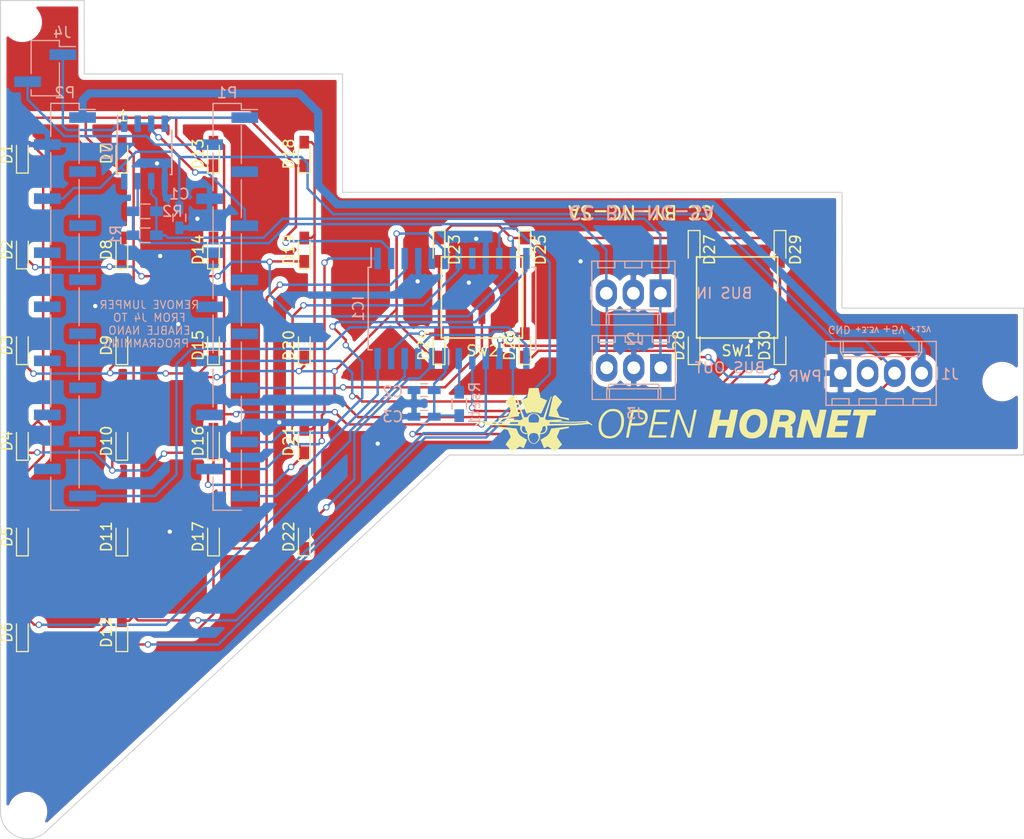
<source format=kicad_pcb>
(kicad_pcb (version 20171130) (host pcbnew "(5.1.4-0-10_14)")
  (title_block (title "ABSIS NANO GENERAL I/O") (date 2017-12-26) (rev -) (company "F/A-18C SIMPIT") (comment 1 "JOHN STEENSEN"))
  (layers (0 F.Cu signal hide) (31 B.Cu signal hide) (34 B.Paste user) (35 F.Paste user) (36 B.SilkS user) (37 F.SilkS user) (38 B.Mask user) (39 F.Mask user) (44 Edge.Cuts user))
  (net 0 "")
  (net 1 "/1(Tx)")
  (net 2 "/0(Rx)")
  (net 3 GND)
  (net 4 /2)
  (net 5 +5V)
  (net 6 +12V)
  (net 7 "Net-(J2-Pad1)")
  (net 8 "Net-(J2-Pad3)")
  (net 9 /RX_ENABLE)
  (net 10 /Dig0)
  (net 11 /SegDP)
  (net 12 /Dig1)
  (net 13 /Dig2)
  (net 14 /Dig3)
  (net 15 /Dig4)
  (net 16 /Dig5)
  (net 17 /SegA)
  (net 18 /SegB)
  (net 19 /SegC)
  (net 20 /SegD)
  (net 21 /SegE)
  (net 22 /SegF)
  (net 23 /SegG)
  (net 24 "Net-(IC1-Pad18)")
  (net 25 /7)
  (net 26 /8)
  (net 27 "/11(**/MOSI)")
  (net 28 "/10(**/SS)")
  (net 29 "/13(SCK)")
  (net 30 "/12(MISO)")
  (module "KiCAD Libraries:OH_LOGO_37.7mm_5.9mm" (layer F.Cu) (at 200.5 66.25)
    (fp_text reference G*** hide)
    (fp_text value LOGO hide)
  )
  (module "KiCAD Libraries:via0.6" (layer F.Cu) (at 163.25 66.5)
    (fp_text reference REF** hide)
    (fp_text value via0.6 hide)
    (pad 1 thru_hole circle (at 0 0) (size 0.6 0.6) (drill 0.4) (layers *.Cu) (net 3 GND))
  )
  (module "KiCAD Libraries:via0.6" (layer F.Cu) (at 152.06 50.87)
    (fp_text reference REF** hide)
    (fp_text value via0.6 hide)
    (pad 1 thru_hole circle (at 0 0) (size 0.6 0.6) (drill 0.4) (layers *.Cu) (net 3 GND))
  )
  (module "KiCAD Libraries:via0.6" (layer F.Cu) (at 181.75 49.25)
    (fp_text reference REF** hide)
    (fp_text value via0.6 hide)
    (pad 1 thru_hole circle (at 0 0) (size 0.6 0.6) (drill 0.4) (layers *.Cu) (net 3 GND))
  )
  (module "KiCAD Libraries:via0.6" (layer F.Cu) (at 181.06 53.37)
    (fp_text reference REF** hide)
    (fp_text value via0.6 hide)
    (pad 1 thru_hole circle (at 0 0) (size 0.6 0.6) (drill 0.4) (layers *.Cu) (net 3 GND))
  )
  (module "KiCAD Libraries:via0.6" (layer F.Cu) (at 207.56 58.87)
    (fp_text reference REF** hide)
    (fp_text value via0.6 hide)
    (pad 1 thru_hole circle (at 0 0) (size 0.6 0.6) (drill 0.4) (layers *.Cu) (net 3 GND))
  )
  (module "KiCAD Libraries:via0.6" (layer F.Cu) (at 176.25 53.25)
    (fp_text reference REF** hide)
    (fp_text value via0.6 hide)
    (pad 1 thru_hole circle (at 0 0) (size 0.6 0.6) (drill 0.4) (layers *.Cu) (net 3 GND))
  )
  (module "KiCAD Libraries:via0.6" (layer F.Cu) (at 151.76 42.17)
    (fp_text reference REF** hide)
    (fp_text value via0.6 hide)
    (pad 1 thru_hole circle (at 0 0) (size 0.6 0.6) (drill 0.4) (layers *.Cu) (net 3 GND))
  )
  (module "KiCAD Libraries:via0.6" (layer F.Cu) (at 155.56 47.37)
    (fp_text reference REF** hide)
    (fp_text value via0.6 hide)
    (pad 1 thru_hole circle (at 0 0) (size 0.6 0.6) (drill 0.4) (layers *.Cu) (net 3 GND))
  )
  (module "KiCAD Libraries:via0.6" (layer F.Cu) (at 152.96 76.77)
    (fp_text reference REF** hide)
    (fp_text value via0.6 hide)
    (pad 1 thru_hole circle (at 0 0) (size 0.6 0.6) (drill 0.4) (layers *.Cu) (net 3 GND))
  )
  (module "KiCAD Libraries:via0.6" (layer F.Cu) (at 145.96 55.57)
    (fp_text reference REF** hide)
    (fp_text value via0.6 hide)
    (pad 1 thru_hole circle (at 0 0) (size 0.6 0.6) (drill 0.4) (layers *.Cu) (net 3 GND))
  )
  (module "KiCAD Libraries:via0.6" (layer F.Cu) (at 153.76 57.27)
    (fp_text reference REF** hide)
    (fp_text value via0.6 hide)
    (pad 1 thru_hole circle (at 0 0) (size 0.6 0.6) (drill 0.4) (layers *.Cu) (net 3 GND))
  )
  (module "KiCAD Libraries:via0.6" (layer F.Cu) (at 191.56 51.37)
    (fp_text reference REF** hide)
    (fp_text value via0.6 hide)
    (pad 1 thru_hole circle (at 0 0) (size 0.6 0.6) (drill 0.4) (layers *.Cu) (net 3 GND))
  )
  (module "KiCAD Libraries:via0.6" (layer F.Cu) (at 172.5 68.5)
    (fp_text reference REF** hide)
    (fp_text value via0.6 hide)
    (pad 1 thru_hole circle (at 0 0) (size 0.6 0.6) (drill 0.4) (layers *.Cu) (net 3 GND))
  )
  (module Connectors_Molex:Molex_KK-6410-04_04x2.54mm_Straight (layer B.Cu) (at 215.985652 61.878332)
    (fp_text reference J1 (at 10.274348 0.091668 180) (layer B.SilkS) (effects (justify mirror)))
    (fp_text value PWR (at -3.325652 0.291668 180) (layer B.SilkS) (effects (justify mirror)))
    (pad 1 thru_hole rect (at 0 0) (size 2 2.6) (drill 1.2) (layers *.Cu *.Mask) (net 3 GND))
    (pad 2 thru_hole oval (at 2.54 0) (size 2 2.6) (drill 1.2) (layers *.Cu *.Mask))
    (pad 3 thru_hole oval (at 5.08 0) (size 2 2.6) (drill 1.2) (layers *.Cu *.Mask) (net 5 +5V))
    (pad 4 thru_hole oval (at 7.62 0) (size 2 2.6) (drill 1.2) (layers *.Cu *.Mask) (net 6 +12V))
  )
  (module Capacitors_SMD:C_0603_HandSoldering (layer B.Cu) (at 153.86 47.27 270)
    (fp_text reference C1 (at -2.225 0) (layer B.SilkS) (effects (justify mirror)))
    (fp_text value 0.1uF)
    (pad 1 smd rect (at -0.95 0 270) (size 1.2 0.75) (layers B.Cu B.Paste B.Mask) (net 5 +5V))
    (pad 2 smd rect (at 0.95 0 270) (size 1.2 0.75) (layers B.Cu B.Paste B.Mask) (net 3 GND))
  )
  (module Resistors_SMD:R_0603_HandSoldering (layer B.Cu) (at 150.61 48.92)
    (fp_text reference R1 (at -2.71 0 270) (layer B.SilkS) (effects (justify mirror)))
    (fp_text value 120)
    (pad 1 smd rect (at -1.1 0) (size 1.2 0.9) (layers B.Cu B.Paste B.Mask) (net 8 "Net-(J2-Pad3)"))
    (pad 2 smd rect (at 1.1 0) (size 1.2 0.9) (layers B.Cu B.Paste B.Mask) (net 7 "Net-(J2-Pad1)"))
  )
  (module Housings_SOIC:SOIC-8_3.9x4.9mm_Pitch1.27mm (layer B.Cu) (at 150.581981 41.139933 270)
    (fp_text reference U1 (at 0 3.5 270) (layer B.SilkS) (effects (justify mirror)))
    (fp_text value MAX487EESA)
    (pad 1 smd rect (at -2.7 1.905 270) (size 1.55 0.6) (layers B.Cu B.Paste B.Mask) (net 9 /RX_ENABLE))
    (pad 2 smd rect (at -2.7 0.635 270) (size 1.55 0.6) (layers B.Cu B.Paste B.Mask) (net 4 /2))
    (pad 3 smd rect (at -2.7 -0.635 270) (size 1.55 0.6) (layers B.Cu B.Paste B.Mask) (net 4 /2))
    (pad 4 smd rect (at -2.7 -1.905 270) (size 1.55 0.6) (layers B.Cu B.Paste B.Mask) (net 1 "/1(Tx)"))
    (pad 5 smd rect (at 2.7 -1.905 270) (size 1.55 0.6) (layers B.Cu B.Paste B.Mask) (net 3 GND))
    (pad 6 smd rect (at 2.7 -0.635 270) (size 1.55 0.6) (layers B.Cu B.Paste B.Mask) (net 7 "Net-(J2-Pad1)"))
    (pad 7 smd rect (at 2.7 0.635 270) (size 1.55 0.6) (layers B.Cu B.Paste B.Mask) (net 8 "Net-(J2-Pad3)"))
    (pad 8 smd rect (at 2.7 1.905 270) (size 1.55 0.6) (layers B.Cu B.Paste B.Mask) (net 5 +5V))
  )
  (module Connectors_Molex:Molex_KK-6410-03_03x2.54mm_Straight (layer B.Cu) (at 199.06 54.37 180)
    (fp_text reference J2 (at 2.413 -4.318) (layer B.SilkS) (effects (justify mirror)))
    (fp_text value "BUS IN" (at -6 0 180) (layer B.SilkS) (effects (justify mirror)))
    (pad 1 thru_hole rect (at 0 0 180) (size 2 2.6) (drill 1.2) (layers *.Cu *.Mask) (net 7 "Net-(J2-Pad1)"))
    (pad 2 thru_hole oval (at 2.54 0 180) (size 2 2.6) (drill 1.2) (layers *.Cu *.Mask) (net 3 GND))
    (pad 3 thru_hole oval (at 5.08 0 180) (size 2 2.6) (drill 1.2) (layers *.Cu *.Mask) (net 8 "Net-(J2-Pad3)"))
  )
  (module Connectors_Molex:Molex_KK-6410-03_03x2.54mm_Straight (layer B.Cu) (at 199.1 61.37 180)
    (fp_text reference J3 (at 2.413 -4.318 180) (layer B.SilkS) (effects (justify mirror)))
    (fp_text value "BUS OUT" (at -6.5 0 180) (layer B.SilkS) (effects (justify mirror)))
    (pad 1 thru_hole rect (at 0 0 180) (size 2 2.6) (drill 1.2) (layers *.Cu *.Mask) (net 7 "Net-(J2-Pad1)"))
    (pad 2 thru_hole oval (at 2.54 0 180) (size 2 2.6) (drill 1.2) (layers *.Cu *.Mask) (net 3 GND))
    (pad 3 thru_hole oval (at 5.08 0 180) (size 2 2.6) (drill 1.2) (layers *.Cu *.Mask) (net 8 "Net-(J2-Pad3)"))
  )
  (module Mounting_Holes:MountingHole_2.7mm_M2.5_ISO14580 (layer B.Cu) (at 139.095652 28.908332 180)
    (fp_text reference MK1 hide)
    (fp_text value Mounting_Hole hide)
    (pad 1 np_thru_hole circle (at 0 0 180) (size 2.7 2.7) (drill 2.7) (layers *.Cu *.Mask))
  )
  (module Mounting_Holes:MountingHole_2.7mm_M2.5_ISO14580 (layer B.Cu) (at 139.595652 103.078332 180)
    (fp_text reference MK2 hide)
    (fp_text value Mounting_Hole hide)
    (pad 1 np_thru_hole circle (at 0 0 180) (size 2.7 2.7) (drill 2.7) (layers *.Cu *.Mask))
  )
  (module Mounting_Holes:MountingHole_2.7mm_M2.5_ISO14580 (layer B.Cu) (at 231.165652 62.668332 180)
    (fp_text reference MK3 hide)
    (fp_text value Mounting_Hole hide)
    (pad 1 np_thru_hole circle (at 0 0 180) (size 2.7 2.7) (drill 2.7) (layers *.Cu *.Mask))
  )
  (module Capacitors_SMD:C_0603_HandSoldering (layer B.Cu) (at 176.86 63.47 180)
    (fp_text reference C2 (at 2.95 -0.16 180) (layer B.SilkS) (effects (justify mirror)))
    (fp_text value 100nF)
    (pad 1 smd rect (at -0.95 0 180) (size 1.2 0.75) (layers B.Cu B.Paste B.Mask) (net 5 +5V))
    (pad 2 smd rect (at 0.95 0 180) (size 1.2 0.75) (layers B.Cu B.Paste B.Mask) (net 3 GND))
  )
  (module Capacitors_SMD:C_0603_HandSoldering (layer B.Cu) (at 176.86 65.97 180)
    (fp_text reference C3 (at 2.95 0 180) (layer B.SilkS) (effects (justify mirror)))
    (fp_text value 47uF)
    (pad 1 smd rect (at -0.95 0 180) (size 1.2 0.75) (layers B.Cu B.Paste B.Mask) (net 5 +5V))
    (pad 2 smd rect (at 0.95 0 180) (size 1.2 0.75) (layers B.Cu B.Paste B.Mask) (net 3 GND))
  )
  (module LEDs:LED_0603_HandSoldering (layer F.Cu) (at 139.108802 41.277208 90)
    (fp_text reference D1 (at 0 -1.45 90) (layer F.SilkS))
    (fp_text value 0,0)
    (pad 1 smd rect (at -1.1 0 90) (size 1.2 0.9) (layers F.Cu F.Paste F.Mask) (net 10 /Dig0))
    (pad 2 smd rect (at 1.1 0 90) (size 1.2 0.9) (layers F.Cu F.Paste F.Mask) (net 11 /SegDP))
  )
  (module LEDs:LED_0603_HandSoldering (layer F.Cu) (at 139.108802 50.277208 90)
    (fp_text reference D2 (at 0 -1.45 90) (layer F.SilkS))
    (fp_text value 1,0)
    (pad 1 smd rect (at -1.1 0 90) (size 1.2 0.9) (layers F.Cu F.Paste F.Mask) (net 12 /Dig1))
    (pad 2 smd rect (at 1.1 0 90) (size 1.2 0.9) (layers F.Cu F.Paste F.Mask) (net 11 /SegDP))
  )
  (module LEDs:LED_0603_HandSoldering (layer F.Cu) (at 139.108802 59.267208 90)
    (fp_text reference D3 (at 0 -1.45 90) (layer F.SilkS))
    (fp_text value 2,0)
    (pad 1 smd rect (at -1.1 0 90) (size 1.2 0.9) (layers F.Cu F.Paste F.Mask) (net 13 /Dig2))
    (pad 2 smd rect (at 1.1 0 90) (size 1.2 0.9) (layers F.Cu F.Paste F.Mask) (net 11 /SegDP))
  )
  (module LEDs:LED_0603_HandSoldering (layer F.Cu) (at 139.108802 68.257208 90)
    (fp_text reference D4 (at 0 -1.45 90) (layer F.SilkS))
    (fp_text value 3,0)
    (pad 1 smd rect (at -1.1 0 90) (size 1.2 0.9) (layers F.Cu F.Paste F.Mask) (net 14 /Dig3))
    (pad 2 smd rect (at 1.1 0 90) (size 1.2 0.9) (layers F.Cu F.Paste F.Mask) (net 11 /SegDP))
  )
  (module LEDs:LED_0603_HandSoldering (layer F.Cu) (at 139.108802 77.247208 90)
    (fp_text reference D5 (at 0 -1.45 90) (layer F.SilkS))
    (fp_text value 4,0)
    (pad 1 smd rect (at -1.1 0 90) (size 1.2 0.9) (layers F.Cu F.Paste F.Mask) (net 15 /Dig4))
    (pad 2 smd rect (at 1.1 0 90) (size 1.2 0.9) (layers F.Cu F.Paste F.Mask) (net 11 /SegDP))
  )
  (module LEDs:LED_0603_HandSoldering (layer F.Cu) (at 139.108802 86.237208 90)
    (fp_text reference D6 (at 0 -1.45 90) (layer F.SilkS))
    (fp_text value 5,0)
    (pad 1 smd rect (at -1.1 0 90) (size 1.2 0.9) (layers F.Cu F.Paste F.Mask) (net 16 /Dig5))
    (pad 2 smd rect (at 1.1 0 90) (size 1.2 0.9) (layers F.Cu F.Paste F.Mask) (net 11 /SegDP))
  )
  (module LEDs:LED_0603_HandSoldering (layer F.Cu) (at 148.458802 41.277208 90)
    (fp_text reference D7 (at 0 -1.45 90) (layer F.SilkS))
    (fp_text value 0,1)
    (pad 1 smd rect (at -1.1 0 90) (size 1.2 0.9) (layers F.Cu F.Paste F.Mask) (net 10 /Dig0))
    (pad 2 smd rect (at 1.1 0 90) (size 1.2 0.9) (layers F.Cu F.Paste F.Mask) (net 17 /SegA))
  )
  (module LEDs:LED_0603_HandSoldering (layer F.Cu) (at 148.458802 50.277208 90)
    (fp_text reference D8 (at 0 -1.45 90) (layer F.SilkS))
    (fp_text value 1,1)
    (pad 1 smd rect (at -1.1 0 90) (size 1.2 0.9) (layers F.Cu F.Paste F.Mask) (net 12 /Dig1))
    (pad 2 smd rect (at 1.1 0 90) (size 1.2 0.9) (layers F.Cu F.Paste F.Mask) (net 17 /SegA))
  )
  (module LEDs:LED_0603_HandSoldering (layer F.Cu) (at 148.458802 59.267208 90)
    (fp_text reference D9 (at 0 -1.45 90) (layer F.SilkS))
    (fp_text value 2,1)
    (pad 1 smd rect (at -1.1 0 90) (size 1.2 0.9) (layers F.Cu F.Paste F.Mask) (net 13 /Dig2))
    (pad 2 smd rect (at 1.1 0 90) (size 1.2 0.9) (layers F.Cu F.Paste F.Mask) (net 17 /SegA))
  )
  (module LEDs:LED_0603_HandSoldering (layer F.Cu) (at 148.458802 68.257208 90)
    (fp_text reference D10 (at 0 -1.45 90) (layer F.SilkS))
    (fp_text value 3,1)
    (pad 1 smd rect (at -1.1 0 90) (size 1.2 0.9) (layers F.Cu F.Paste F.Mask) (net 14 /Dig3))
    (pad 2 smd rect (at 1.1 0 90) (size 1.2 0.9) (layers F.Cu F.Paste F.Mask) (net 17 /SegA))
  )
  (module LEDs:LED_0603_HandSoldering (layer F.Cu) (at 148.458802 77.247208 90)
    (fp_text reference D11 (at 0 -1.45 90) (layer F.SilkS))
    (fp_text value 4,1)
    (pad 1 smd rect (at -1.1 0 90) (size 1.2 0.9) (layers F.Cu F.Paste F.Mask) (net 15 /Dig4))
    (pad 2 smd rect (at 1.1 0 90) (size 1.2 0.9) (layers F.Cu F.Paste F.Mask) (net 17 /SegA))
  )
  (module LEDs:LED_0603_HandSoldering (layer F.Cu) (at 148.458802 86.237208 90)
    (fp_text reference D12 (at 0 -1.45 90) (layer F.SilkS))
    (fp_text value 5,1)
    (pad 1 smd rect (at -1.1 0 90) (size 1.2 0.9) (layers F.Cu F.Paste F.Mask) (net 16 /Dig5))
    (pad 2 smd rect (at 1.1 0 90) (size 1.2 0.9) (layers F.Cu F.Paste F.Mask) (net 17 /SegA))
  )
  (module LEDs:LED_0603_HandSoldering (layer F.Cu) (at 157.068802 41.277208 90)
    (fp_text reference D13 (at 0 -1.45 90) (layer F.SilkS))
    (fp_text value 0,2)
    (pad 1 smd rect (at -1.1 0 90) (size 1.2 0.9) (layers F.Cu F.Paste F.Mask) (net 10 /Dig0))
    (pad 2 smd rect (at 1.1 0 90) (size 1.2 0.9) (layers F.Cu F.Paste F.Mask) (net 18 /SegB))
  )
  (module LEDs:LED_0603_HandSoldering (layer F.Cu) (at 157.068802 50.277208 90)
    (fp_text reference D14 (at 0 -1.45 90) (layer F.SilkS))
    (fp_text value 1,2)
    (pad 1 smd rect (at -1.1 0 90) (size 1.2 0.9) (layers F.Cu F.Paste F.Mask) (net 12 /Dig1))
    (pad 2 smd rect (at 1.1 0 90) (size 1.2 0.9) (layers F.Cu F.Paste F.Mask) (net 18 /SegB))
  )
  (module LEDs:LED_0603_HandSoldering (layer F.Cu) (at 157.068802 59.267208 90)
    (fp_text reference D15 (at 0 -1.45 90) (layer F.SilkS))
    (fp_text value 2,2)
    (pad 1 smd rect (at -1.1 0 90) (size 1.2 0.9) (layers F.Cu F.Paste F.Mask) (net 13 /Dig2))
    (pad 2 smd rect (at 1.1 0 90) (size 1.2 0.9) (layers F.Cu F.Paste F.Mask) (net 18 /SegB))
  )
  (module LEDs:LED_0603_HandSoldering (layer F.Cu) (at 157.068802 68.257208 90)
    (fp_text reference D16 (at 0 -1.45 90) (layer F.SilkS))
    (fp_text value 3,2)
    (pad 1 smd rect (at -1.1 0 90) (size 1.2 0.9) (layers F.Cu F.Paste F.Mask) (net 14 /Dig3))
    (pad 2 smd rect (at 1.1 0 90) (size 1.2 0.9) (layers F.Cu F.Paste F.Mask) (net 18 /SegB))
  )
  (module LEDs:LED_0603_HandSoldering (layer F.Cu) (at 157.068802 77.247208 90)
    (fp_text reference D17 (at 0 -1.45 90) (layer F.SilkS))
    (fp_text value 4,2)
    (pad 1 smd rect (at -1.1 0 90) (size 1.2 0.9) (layers F.Cu F.Paste F.Mask) (net 15 /Dig4))
    (pad 2 smd rect (at 1.1 0 90) (size 1.2 0.9) (layers F.Cu F.Paste F.Mask) (net 18 /SegB))
  )
  (module LEDs:LED_0603_HandSoldering (layer F.Cu) (at 165.598802 41.277208 90)
    (fp_text reference D18 (at 0 -1.45 90) (layer F.SilkS))
    (fp_text value 0,3)
    (pad 1 smd rect (at -1.1 0 90) (size 1.2 0.9) (layers F.Cu F.Paste F.Mask) (net 10 /Dig0))
    (pad 2 smd rect (at 1.1 0 90) (size 1.2 0.9) (layers F.Cu F.Paste F.Mask) (net 19 /SegC))
  )
  (module LEDs:LED_0603_HandSoldering (layer F.Cu) (at 165.598802 50.277208 90)
    (fp_text reference D19 (at 0 -1.45 90) (layer F.SilkS))
    (fp_text value 1.3)
    (pad 1 smd rect (at -1.1 0 90) (size 1.2 0.9) (layers F.Cu F.Paste F.Mask) (net 12 /Dig1))
    (pad 2 smd rect (at 1.1 0 90) (size 1.2 0.9) (layers F.Cu F.Paste F.Mask) (net 19 /SegC))
  )
  (module LEDs:LED_0603_HandSoldering (layer F.Cu) (at 165.598802 59.267208 90)
    (fp_text reference D20 (at 0 -1.45 90) (layer F.SilkS))
    (fp_text value 2,3)
    (pad 1 smd rect (at -1.1 0 90) (size 1.2 0.9) (layers F.Cu F.Paste F.Mask) (net 13 /Dig2))
    (pad 2 smd rect (at 1.1 0 90) (size 1.2 0.9) (layers F.Cu F.Paste F.Mask) (net 19 /SegC))
  )
  (module LEDs:LED_0603_HandSoldering (layer F.Cu) (at 165.598802 68.257208 90)
    (fp_text reference D21 (at 0 -1.45 90) (layer F.SilkS))
    (fp_text value 3,3)
    (pad 1 smd rect (at -1.1 0 90) (size 1.2 0.9) (layers F.Cu F.Paste F.Mask) (net 14 /Dig3))
    (pad 2 smd rect (at 1.1 0 90) (size 1.2 0.9) (layers F.Cu F.Paste F.Mask) (net 19 /SegC))
  )
  (module LEDs:LED_0603_HandSoldering (layer F.Cu) (at 165.598802 77.247208 90)
    (fp_text reference D22 (at 0 -1.45 90) (layer F.SilkS))
    (fp_text value 4,3)
    (pad 1 smd rect (at -1.1 0 90) (size 1.2 0.9) (layers F.Cu F.Paste F.Mask) (net 15 /Dig4))
    (pad 2 smd rect (at 1.1 0 90) (size 1.2 0.9) (layers F.Cu F.Paste F.Mask) (net 19 /SegC))
  )
  (module LEDs:LED_0603_HandSoldering (layer F.Cu) (at 178.258802 50.277208 270)
    (fp_text reference D23 (at 0 -1.45 270) (layer F.SilkS))
    (fp_text value 1.4)
    (pad 1 smd rect (at -1.1 0 270) (size 1.2 0.9) (layers F.Cu F.Paste F.Mask) (net 12 /Dig1))
    (pad 2 smd rect (at 1.1 0 270) (size 1.2 0.9) (layers F.Cu F.Paste F.Mask) (net 20 /SegD))
  )
  (module LEDs:LED_0603_HandSoldering (layer F.Cu) (at 178.258802 59.267208 90)
    (fp_text reference D24 (at 0 -1.45 90) (layer F.SilkS))
    (fp_text value 2,4)
    (pad 1 smd rect (at -1.1 0 90) (size 1.2 0.9) (layers F.Cu F.Paste F.Mask) (net 13 /Dig2))
    (pad 2 smd rect (at 1.1 0 90) (size 1.2 0.9) (layers F.Cu F.Paste F.Mask) (net 20 /SegD))
  )
  (module LEDs:LED_0603_HandSoldering (layer F.Cu) (at 186.328802 50.277208 270)
    (fp_text reference D25 (at 0 -1.45 270) (layer F.SilkS))
    (fp_text value 1.5)
    (pad 1 smd rect (at -1.1 0 270) (size 1.2 0.9) (layers F.Cu F.Paste F.Mask) (net 12 /Dig1))
    (pad 2 smd rect (at 1.1 0 270) (size 1.2 0.9) (layers F.Cu F.Paste F.Mask) (net 21 /SegE))
  )
  (module LEDs:LED_0603_HandSoldering (layer F.Cu) (at 186.328802 59.267208 90)
    (fp_text reference D26 (at 0 -1.45 90) (layer F.SilkS))
    (fp_text value 2,5)
    (pad 1 smd rect (at -1.1 0 90) (size 1.2 0.9) (layers F.Cu F.Paste F.Mask) (net 13 /Dig2))
    (pad 2 smd rect (at 1.1 0 90) (size 1.2 0.9) (layers F.Cu F.Paste F.Mask) (net 21 /SegE))
  )
  (module LEDs:LED_0603_HandSoldering (layer F.Cu) (at 202.228802 50.277208 270)
    (fp_text reference D27 (at 0 -1.45 270) (layer F.SilkS))
    (fp_text value 1.6)
    (pad 1 smd rect (at -1.1 0 270) (size 1.2 0.9) (layers F.Cu F.Paste F.Mask) (net 12 /Dig1))
    (pad 2 smd rect (at 1.1 0 270) (size 1.2 0.9) (layers F.Cu F.Paste F.Mask) (net 22 /SegF))
  )
  (module LEDs:LED_0603_HandSoldering (layer F.Cu) (at 202.228802 59.267208 90)
    (fp_text reference D28 (at 0 -1.45 90) (layer F.SilkS))
    (fp_text value 2,6)
    (pad 1 smd rect (at -1.1 0 90) (size 1.2 0.9) (layers F.Cu F.Paste F.Mask) (net 13 /Dig2))
    (pad 2 smd rect (at 1.1 0 90) (size 1.2 0.9) (layers F.Cu F.Paste F.Mask) (net 22 /SegF))
  )
  (module LEDs:LED_0603_HandSoldering (layer F.Cu) (at 210.298802 50.277208 270)
    (fp_text reference D29 (at 0 -1.45 270) (layer F.SilkS))
    (fp_text value 1.7)
    (pad 1 smd rect (at -1.1 0 270) (size 1.2 0.9) (layers F.Cu F.Paste F.Mask) (net 12 /Dig1))
    (pad 2 smd rect (at 1.1 0 270) (size 1.2 0.9) (layers F.Cu F.Paste F.Mask) (net 23 /SegG))
  )
  (module LEDs:LED_0603_HandSoldering (layer F.Cu) (at 210.298802 59.267208 90)
    (fp_text reference D30 (at 0 -1.45 90) (layer F.SilkS))
    (fp_text value 2,7)
    (pad 1 smd rect (at -1.1 0 90) (size 1.2 0.9) (layers F.Cu F.Paste F.Mask) (net 13 /Dig2))
    (pad 2 smd rect (at 1.1 0 90) (size 1.2 0.9) (layers F.Cu F.Paste F.Mask) (net 23 /SegG))
  )
  (module Housings_SOIC:SOIC-24W_7.5x15.4mm_Pitch1.27mm (layer B.Cu) (at 179.480652 55.806332 270)
    (fp_text reference IC1 (at 0 8.8 270) (layer B.SilkS) (effects (justify mirror)))
    (fp_text value MAX7219)
    (pad 1 smd rect (at -4.7 6.985 270) (size 2 0.6) (layers B.Cu B.Paste B.Mask) (net 27 "/11(**/MOSI)"))
    (pad 2 smd rect (at -4.7 5.715 270) (size 2 0.6) (layers B.Cu B.Paste B.Mask) (net 10 /Dig0))
    (pad 3 smd rect (at -4.7 4.445 270) (size 2 0.6) (layers B.Cu B.Paste B.Mask) (net 15 /Dig4))
    (pad 4 smd rect (at -4.7 3.175 270) (size 2 0.6) (layers B.Cu B.Paste B.Mask) (net 3 GND))
    (pad 5 smd rect (at -4.7 1.905 270) (size 2 0.6) (layers B.Cu B.Paste B.Mask))
    (pad 6 smd rect (at -4.7 0.635 270) (size 2 0.6) (layers B.Cu B.Paste B.Mask) (net 13 /Dig2))
    (pad 7 smd rect (at -4.7 -0.635 270) (size 2 0.6) (layers B.Cu B.Paste B.Mask) (net 14 /Dig3))
    (pad 8 smd rect (at -4.7 -1.905 270) (size 2 0.6) (layers B.Cu B.Paste B.Mask))
    (pad 9 smd rect (at -4.7 -3.175 270) (size 2 0.6) (layers B.Cu B.Paste B.Mask) (net 3 GND))
    (pad 10 smd rect (at -4.7 -4.445 270) (size 2 0.6) (layers B.Cu B.Paste B.Mask) (net 16 /Dig5))
    (pad 11 smd rect (at -4.7 -5.715 270) (size 2 0.6) (layers B.Cu B.Paste B.Mask) (net 12 /Dig1))
    (pad 12 smd rect (at -4.7 -6.985 270) (size 2 0.6) (layers B.Cu B.Paste B.Mask) (net 28 "/10(**/SS)"))
    (pad 13 smd rect (at 4.7 -6.985 270) (size 2 0.6) (layers B.Cu B.Paste B.Mask) (net 29 "/13(SCK)"))
    (pad 14 smd rect (at 4.7 -5.715 270) (size 2 0.6) (layers B.Cu B.Paste B.Mask) (net 17 /SegA))
    (pad 15 smd rect (at 4.7 -4.445 270) (size 2 0.6) (layers B.Cu B.Paste B.Mask) (net 22 /SegF))
    (pad 16 smd rect (at 4.7 -3.175 270) (size 2 0.6) (layers B.Cu B.Paste B.Mask) (net 18 /SegB))
    (pad 17 smd rect (at 4.7 -1.905 270) (size 2 0.6) (layers B.Cu B.Paste B.Mask) (net 23 /SegG))
    (pad 18 smd rect (at 4.7 -0.635 270) (size 2 0.6) (layers B.Cu B.Paste B.Mask) (net 24 "Net-(IC1-Pad18)"))
    (pad 19 smd rect (at 4.7 0.635 270) (size 2 0.6) (layers B.Cu B.Paste B.Mask) (net 5 +5V))
    (pad 20 smd rect (at 4.7 1.905 270) (size 2 0.6) (layers B.Cu B.Paste B.Mask) (net 19 /SegC))
    (pad 21 smd rect (at 4.7 3.175 270) (size 2 0.6) (layers B.Cu B.Paste B.Mask) (net 21 /SegE))
    (pad 22 smd rect (at 4.7 4.445 270) (size 2 0.6) (layers B.Cu B.Paste B.Mask) (net 11 /SegDP))
    (pad 23 smd rect (at 4.7 5.715 270) (size 2 0.6) (layers B.Cu B.Paste B.Mask) (net 20 /SegD))
    (pad 24 smd rect (at 4.7 6.985 270) (size 2 0.6) (layers B.Cu B.Paste B.Mask) (net 30 "/12(MISO)"))
  )
  (module Resistors_SMD:R_0603_HandSoldering (layer B.Cu) (at 150.61 46.67)
    (fp_text reference R2 (at 2.6 0) (layer B.SilkS) (effects (justify mirror)))
    (fp_text value 120)
    (pad 1 smd rect (at -1.1 0) (size 1.2 0.9) (layers B.Cu B.Paste B.Mask) (net 8 "Net-(J2-Pad3)"))
    (pad 2 smd rect (at 1.1 0) (size 1.2 0.9) (layers B.Cu B.Paste B.Mask) (net 7 "Net-(J2-Pad1)"))
  )
  (module Resistors_SMD:R_0603_HandSoldering (layer B.Cu) (at 180.16 64.77 90)
    (fp_text reference Rset1 (at 0 1.45 90) (layer B.SilkS) (effects (justify mirror)))
    (fp_text value 30K)
    (pad 1 smd rect (at -1.1 0 90) (size 1.2 0.9) (layers B.Cu B.Paste B.Mask) (net 5 +5V))
    (pad 2 smd rect (at 1.1 0 90) (size 1.2 0.9) (layers B.Cu B.Paste B.Mask) (net 24 "Net-(IC1-Pad18)"))
  )
  (module "KiCAD Libraries:SWITCH_SNAP_DOME_6.3mm_DIA_SINGLE_SIDE_PCB" (layer F.Cu) (at 206.268802 54.767208 270)
    (fp_text reference SW1 (at 5.008 -0.056) (layer F.SilkS))
    (fp_text value "IN SWTCH")
    (pad 2 smd trapezoid (at 2.15 2.4 90) (size 1 1.09) (rect_delta 0 0.625) (layers F.Cu F.Paste F.Mask) (net 3 GND))
    (pad 2 smd trapezoid (at -2.15 2.4 90) (size 1 1.09) (rect_delta 0 0.625) (layers F.Cu F.Paste F.Mask) (net 3 GND))
    (pad 2 smd trapezoid (at 2.15 -2.4 270) (size 1 1.09) (rect_delta 0 0.625) (layers F.Cu F.Paste F.Mask) (net 3 GND))
    (pad 2 smd rect (at 2.4 1.6 270) (size 1.09 0.608) (layers F.Cu F.Paste F.Mask) (net 3 GND))
    (pad 2 smd rect (at 0 -2.415 270) (size 3.92 1.09) (layers F.Cu F.Paste F.Mask) (net 3 GND))
    (pad 1 smd circle (at 0 0 270) (size 2.45 2.45) (layers F.Cu F.Paste F.Mask) (net 25 /7))
    (pad 1 smd rect (at 1.25 0 270) (size 2.45 0.64) (layers F.Cu F.Paste F.Mask) (net 25 /7))
    (pad 2 smd rect (at 0 2.415 270) (size 3.92 1.09) (layers F.Cu F.Paste F.Mask) (net 3 GND))
    (pad 2 smd rect (at -2.415 0 270) (size 1.09 3.92) (layers F.Cu F.Paste F.Mask) (net 3 GND))
    (pad 2 smd rect (at 2.4 -1.6 270) (size 1.09 0.608) (layers F.Cu F.Paste F.Mask) (net 3 GND))
    (pad 2 smd trapezoid (at -2.15 -2.45 270) (size 1 1.09) (rect_delta 0 0.625) (layers F.Cu F.Paste F.Mask) (net 3 GND))
  )
  (module "KiCAD Libraries:SWITCH_SNAP_DOME_6.3mm_DIA_SINGLE_SIDE_PCB" (layer F.Cu) (at 182.288802 54.767208 270)
    (fp_text reference SW2 (at 5.008 -0.056) (layer F.SilkS))
    (fp_text value "OUT SWTCH")
    (pad 2 smd trapezoid (at 2.15 2.4 90) (size 1 1.09) (rect_delta 0 0.625) (layers F.Cu F.Paste F.Mask) (net 3 GND))
    (pad 2 smd trapezoid (at -2.15 2.4 90) (size 1 1.09) (rect_delta 0 0.625) (layers F.Cu F.Paste F.Mask) (net 3 GND))
    (pad 2 smd trapezoid (at 2.15 -2.4 270) (size 1 1.09) (rect_delta 0 0.625) (layers F.Cu F.Paste F.Mask) (net 3 GND))
    (pad 2 smd rect (at 2.4 1.6 270) (size 1.09 0.608) (layers F.Cu F.Paste F.Mask) (net 3 GND))
    (pad 2 smd rect (at 0 -2.415 270) (size 3.92 1.09) (layers F.Cu F.Paste F.Mask) (net 3 GND))
    (pad 1 smd circle (at 0 0 270) (size 2.45 2.45) (layers F.Cu F.Paste F.Mask) (net 26 /8))
    (pad 1 smd rect (at 1.25 0 270) (size 2.45 0.64) (layers F.Cu F.Paste F.Mask) (net 26 /8))
    (pad 2 smd rect (at 0 2.415 270) (size 3.92 1.09) (layers F.Cu F.Paste F.Mask) (net 3 GND))
    (pad 2 smd rect (at -2.415 0 270) (size 1.09 3.92) (layers F.Cu F.Paste F.Mask) (net 3 GND))
    (pad 2 smd rect (at 2.4 -1.6 270) (size 1.09 0.608) (layers F.Cu F.Paste F.Mask) (net 3 GND))
    (pad 2 smd trapezoid (at -2.15 -2.45 270) (size 1 1.09) (rect_delta 0 0.625) (layers F.Cu F.Paste F.Mask) (net 3 GND))
  )
  (module Pin_Headers:Pin_Header_Straight_1x15_Pitch2.54mm_SMD_Pin1Left (layer B.Cu) (at 143.110652 55.636332 180)
    (fp_text reference P2 (at 0 20.11 180) (layer B.SilkS) (effects (justify mirror)))
    (fp_text value Analog)
    (pad 1 smd rect (at -1.655 17.78 180) (size 2.51 1) (layers B.Cu B.Paste B.Mask) (net 6 +12V))
    (pad 3 smd rect (at -1.655 12.7 180) (size 2.51 1) (layers B.Cu B.Paste B.Mask))
    (pad 5 smd rect (at -1.655 7.62 180) (size 2.51 1) (layers B.Cu B.Paste B.Mask))
    (pad 7 smd rect (at -1.655 2.54 180) (size 2.51 1) (layers B.Cu B.Paste B.Mask))
    (pad 9 smd rect (at -1.655 -2.54 180) (size 2.51 1) (layers B.Cu B.Paste B.Mask))
    (pad 11 smd rect (at -1.655 -7.62 180) (size 2.51 1) (layers B.Cu B.Paste B.Mask))
    (pad 13 smd rect (at -1.655 -12.7 180) (size 2.51 1) (layers B.Cu B.Paste B.Mask))
    (pad 15 smd rect (at -1.655 -17.78 180) (size 2.51 1) (layers B.Cu B.Paste B.Mask) (net 29 "/13(SCK)"))
    (pad 2 smd rect (at 1.655 15.24 180) (size 2.51 1) (layers B.Cu B.Paste B.Mask) (net 3 GND))
    (pad 4 smd rect (at 1.655 10.16 180) (size 2.51 1) (layers B.Cu B.Paste B.Mask) (net 5 +5V))
    (pad 6 smd rect (at 1.655 5.08 180) (size 2.51 1) (layers B.Cu B.Paste B.Mask))
    (pad 8 smd rect (at 1.655 0 180) (size 2.51 1) (layers B.Cu B.Paste B.Mask))
    (pad 10 smd rect (at 1.655 -5.08 180) (size 2.51 1) (layers B.Cu B.Paste B.Mask))
    (pad 12 smd rect (at 1.655 -10.16 180) (size 2.51 1) (layers B.Cu B.Paste B.Mask))
    (pad 14 smd rect (at 1.655 -15.24 180) (size 2.51 1) (layers B.Cu B.Paste B.Mask))
  )
  (module Pin_Headers:Pin_Header_Straight_1x15_Pitch2.54mm_SMD_Pin1Left (layer B.Cu) (at 158.355652 55.646332 180)
    (fp_text reference P1 (at 0 20.11 180) (layer B.SilkS) (effects (justify mirror)))
    (fp_text value Digital)
    (pad 1 smd rect (at -1.655 17.78 180) (size 2.51 1) (layers B.Cu B.Paste B.Mask) (net 1 "/1(Tx)"))
    (pad 3 smd rect (at -1.655 12.7 180) (size 2.51 1) (layers B.Cu B.Paste B.Mask))
    (pad 5 smd rect (at -1.655 7.62 180) (size 2.51 1) (layers B.Cu B.Paste B.Mask) (net 4 /2))
    (pad 7 smd rect (at -1.655 2.54 180) (size 2.51 1) (layers B.Cu B.Paste B.Mask))
    (pad 9 smd rect (at -1.655 -2.54 180) (size 2.51 1) (layers B.Cu B.Paste B.Mask))
    (pad 11 smd rect (at -1.655 -7.62 180) (size 2.51 1) (layers B.Cu B.Paste B.Mask) (net 26 /8))
    (pad 13 smd rect (at -1.655 -12.7 180) (size 2.51 1) (layers B.Cu B.Paste B.Mask) (net 28 "/10(**/SS)"))
    (pad 15 smd rect (at -1.655 -17.78 180) (size 2.51 1) (layers B.Cu B.Paste B.Mask) (net 30 "/12(MISO)"))
    (pad 2 smd rect (at 1.655 15.24 180) (size 2.51 1) (layers B.Cu B.Paste B.Mask) (net 2 "/0(Rx)"))
    (pad 4 smd rect (at 1.655 10.16 180) (size 2.51 1) (layers B.Cu B.Paste B.Mask) (net 3 GND))
    (pad 6 smd rect (at 1.655 5.08 180) (size 2.51 1) (layers B.Cu B.Paste B.Mask))
    (pad 8 smd rect (at 1.655 0 180) (size 2.51 1) (layers B.Cu B.Paste B.Mask))
    (pad 10 smd rect (at 1.655 -5.08 180) (size 2.51 1) (layers B.Cu B.Paste B.Mask) (net 25 /7))
    (pad 12 smd rect (at 1.655 -10.16 180) (size 2.51 1) (layers B.Cu B.Paste B.Mask))
    (pad 14 smd rect (at 1.655 -15.24 180) (size 2.51 1) (layers B.Cu B.Paste B.Mask) (net 27 "/11(**/MOSI)"))
  )
  (module Pin_Headers:Pin_Header_Straight_1x02_Pitch2.54mm_SMD_Pin1Left (layer B.Cu) (at 141.26 33.22 180)
    (fp_text reference J4 (at -1.6 3.35 180) (layer B.SilkS) (effects (justify mirror)))
    (fp_text value "PGM ENBLE")
    (pad 1 smd rect (at -1.655 1.27 180) (size 2.51 1) (layers B.Cu B.Paste B.Mask) (net 9 /RX_ENABLE))
    (pad 2 smd rect (at 1.655 -1.27 180) (size 2.51 1) (layers B.Cu B.Paste B.Mask) (net 2 "/0(Rx)"))
  )
  (gr_line (start 233.198302 55.768332) (end 216.125652 55.768332) (layer Edge.Cuts) (width 0.1))
  (gr_line (start 233.198302 55.768332) (end 233.198302 69.56911) (layer Edge.Cuts) (width 0.1))
  (gr_line (start 216.02261 44.88666) (end 169.195652 44.888332) (layer Edge.Cuts) (width 0.1))
  (gr_line (start 179.242024 69.56911) (end 141.332198 104.944267) (layer Edge.Cuts) (width 0.1))
  (gr_line (start 144.925652 26.868332) (end 144.933302 33.768332) (layer Edge.Cuts) (width 0.1))
  (gr_arc (start 139.599302 103.087207) (end 141.332198 104.944267) (angle 133.0191311) (layer Edge.Cuts) (width 0.1))
  (gr_line (start 169.195652 44.888332) (end 169.195652 33.768332) (layer Edge.Cuts) (width 0.1))
  (gr_line (start 144.933302 33.768332) (end 169.195652 33.768332) (layer Edge.Cuts) (width 0.1))
  (gr_line (start 137.059302 103.087207) (end 137.059302 26.86536) (layer Edge.Cuts) (width 0.1))
  (gr_line (start 137.059302 26.86536) (end 144.925652 26.868332) (layer Edge.Cuts) (width 0.1))
  (gr_line (start 233.198302 69.56911) (end 179.242024 69.56911) (layer Edge.Cuts) (width 0.1))
  (gr_line (start 216.02261 44.88666) (end 216.125652 44.942543) (layer Edge.Cuts) (width 0.1))
  (gr_line (start 216.125652 55.768332) (end 216.125652 44.942543) (layer Edge.Cuts) (width 0.1))
  (gr_text "CC BY-NC-SA" (at 197.25 46.75 180) (layer B.SilkS) (effects (font (size 1.25 1.25) (thickness 0.2)) (justify mirror)))
  (gr_text "REMOVE JUMPER \nFROM J4 TO \nENABLE NANO \nPROGRAMMING" (at 150.76 57.27) (layer B.SilkS) (effects (font (size 0.75 0.75) (thickness 0.1)) (justify mirror)))
  (gr_text "CC BY-NC-SA" (at 197.25 46.75 180) (layer F.SilkS) (effects (font (size 1.25 1.25) (thickness 0.2))))
  (gr_text GND (at 215.865652 57.778332 180) (layer B.SilkS) (effects (font (size 0.7 0.7) (thickness 0.1)) (justify mirror)))
  (gr_text +3.3V (at 218.465652 57.778332 180) (layer B.SilkS) (effects (font (size 0.5 0.5) (thickness 0.1)) (justify mirror)))
  (gr_text +5V (at 220.965652 57.778332 180) (layer B.SilkS) (effects (font (size 0.7 0.7) (thickness 0.1)) (justify mirror)))
  (gr_text +12V (at 223.465652 57.728332 180) (layer B.SilkS) (effects (font (size 0.5 0.5) (thickness 0.1)) (justify mirror)))
  (gr_text 1 (at 148.596176 37.69754) (layer F.SilkS) (effects (font (size 1 1))))
  (segment (start 160.010652 37.866332) (end 153.060582 37.866332) (width 0.2286) (layer B.Cu) (net 1))
  (segment (start 153.060582 37.866332) (end 152.486981 38.439933) (width 0.2286) (layer B.Cu) (net 1))
  (segment (start 156.700652 40.406332) (end 151.582598 40.406332) (width 0.2286) (layer B.Cu) (net 2))
  (segment (start 151.582598 40.406332) (end 150.780497 39.604231) (width 0.2286) (layer B.Cu) (net 2))
  (segment (start 143.044231 39.604231) (end 139.605 36.165) (width 0.2286) (layer B.Cu) (net 2))
  (segment (start 150.780497 39.604231) (end 143.044231 39.604231) (width 0.2286) (layer B.Cu) (net 2))
  (segment (start 139.605 36.165) (end 139.605 34.49) (width 0.2286) (layer B.Cu) (net 2))
  (segment (start 151.91 39.72) (end 151.216981 39.026981) (width 0.2286) (layer B.Cu) (net 4))
  (segment (start 151.216981 39.026981) (end 151.216981 38.439933) (width 0.2286) (layer B.Cu) (net 4))
  (segment (start 155.36 43.02) (end 152.06 39.72) (width 0.2286) (layer F.Cu) (net 4))
  (segment (start 152.06 39.72) (end 151.91 39.72) (width 0.2286) (layer F.Cu) (net 4))
  (via (at 151.91 39.72) (size 0.6) (drill 0.4) (layers F.Cu B.Cu) (net 4))
  (segment (start 160.010652 48.026332) (end 160.010652 46.51555) (width 0.2286) (layer B.Cu) (net 4))
  (segment (start 160.010652 46.51555) (end 156.515102 43.02) (width 0.2286) (layer B.Cu) (net 4))
  (via (at 155.36 43.02) (size 0.6) (drill 0.4) (layers F.Cu B.Cu) (net 4))
  (segment (start 156.515102 43.02) (end 155.36 43.02) (width 0.2286) (layer B.Cu) (net 4))
  (segment (start 149.946981 38.439933) (end 151.216981 38.439933) (width 0.2286) (layer B.Cu) (net 4))
  (segment (start 215.64373 67.600254) (end 176.198723 67.600254) (width 0.2286) (layer F.Cu) (net 5))
  (segment (start 221.065652 62.178332) (end 215.64373 67.600254) (width 0.2286) (layer F.Cu) (net 5))
  (segment (start 221.065652 61.878332) (end 221.065652 62.178332) (width 0.2286) (layer F.Cu) (net 5))
  (segment (start 175.954746 67.600254) (end 175.774459 67.600254) (width 0.2286) (layer B.Cu) (net 5))
  (segment (start 176.198723 67.600254) (end 175.774459 67.600254) (width 0.2286) (layer F.Cu) (net 5))
  (segment (start 177.81 65.97) (end 177.585 65.97) (width 0.2286) (layer B.Cu) (net 5))
  (segment (start 177.585 65.97) (end 175.954746 67.600254) (width 0.2286) (layer B.Cu) (net 5))
  (via (at 175.774459 67.600254) (size 0.6) (drill 0.4) (layers F.Cu B.Cu) (net 5))
  (segment (start 153.86 41.57) (end 165.31 41.57) (width 0.2286) (layer B.Cu) (net 5))
  (segment (start 165.31 41.57) (end 165.91 42.17) (width 0.2286) (layer B.Cu) (net 5))
  (segment (start 165.91 42.17) (end 165.91 44.52) (width 0.2286) (layer B.Cu) (net 5))
  (segment (start 165.91 44.52) (end 168.328189 46.938189) (width 0.2286) (layer B.Cu) (net 5))
  (segment (start 168.328189 46.938189) (end 203.552571 46.938189) (width 0.2286) (layer B.Cu) (net 5))
  (segment (start 215.437401 58.823019) (end 218.310339 58.823019) (width 0.2286) (layer B.Cu) (net 5))
  (segment (start 203.552571 46.938189) (end 215.437401 58.823019) (width 0.2286) (layer B.Cu) (net 5))
  (segment (start 218.310339 58.823019) (end 221.065652 61.578332) (width 0.2286) (layer B.Cu) (net 5))
  (segment (start 221.065652 61.578332) (end 221.065652 61.878332) (width 0.2286) (layer B.Cu) (net 5))
  (segment (start 148.36 42.52) (end 149.806878 41.073122) (width 0.2286) (layer B.Cu) (net 5))
  (segment (start 149.806878 41.073122) (end 153.363122 41.073122) (width 0.2286) (layer B.Cu) (net 5))
  (segment (start 153.363122 41.073122) (end 153.86 41.57) (width 0.2286) (layer B.Cu) (net 5))
  (segment (start 153.86 46.32) (end 153.86 45.4914) (width 0.2286) (layer B.Cu) (net 5))
  (segment (start 153.86 45.4914) (end 153.86 41.57) (width 0.2286) (layer B.Cu) (net 5))
  (segment (start 146.41 44.47) (end 148.36 42.52) (width 0.2286) (layer B.Cu) (net 5))
  (segment (start 148.676981 42.836333) (end 148.360648 42.52) (width 0.2286) (layer B.Cu) (net 5))
  (segment (start 148.676981 43.839933) (end 148.676981 42.836333) (width 0.2286) (layer B.Cu) (net 5))
  (segment (start 148.360648 42.52) (end 148.36 42.52) (width 0.2286) (layer B.Cu) (net 5))
  (segment (start 141.455652 45.476332) (end 142.939252 45.476332) (width 0.2286) (layer B.Cu) (net 5))
  (segment (start 143.945584 44.47) (end 146.41 44.47) (width 0.2286) (layer B.Cu) (net 5))
  (segment (start 142.939252 45.476332) (end 143.945584 44.47) (width 0.2286) (layer B.Cu) (net 5))
  (segment (start 177.81 63.47) (end 177.81 62.8664) (width 0.2286) (layer B.Cu) (net 5))
  (segment (start 177.81 62.8664) (end 178.845652 61.830748) (width 0.2286) (layer B.Cu) (net 5))
  (segment (start 178.845652 61.830748) (end 178.845652 61.734932) (width 0.2286) (layer B.Cu) (net 5))
  (segment (start 178.845652 61.734932) (end 178.845652 60.506332) (width 0.2286) (layer B.Cu) (net 5))
  (segment (start 177.81 65.97) (end 177.81 65.3664) (width 0.2286) (layer B.Cu) (net 5))
  (segment (start 177.81 65.3664) (end 177.81 63.47) (width 0.2286) (layer B.Cu) (net 5))
  (segment (start 180.16 65.87) (end 177.91 65.87) (width 0.2286) (layer B.Cu) (net 5))
  (segment (start 177.91 65.87) (end 177.81 65.97) (width 0.2286) (layer B.Cu) (net 5))
  (segment (start 223.605652 61.878332) (end 223.605652 59.816332) (width 0.762) (layer B.Cu) (net 6))
  (segment (start 223.605652 59.816332) (end 221.913828 58.124508) (width 0.762) (layer B.Cu) (net 6))
  (segment (start 168.71 46.02) (end 166.91 44.22) (width 0.762) (layer B.Cu) (net 6))
  (segment (start 221.913828 58.124508) (end 216.064508 58.124508) (width 0.762) (layer B.Cu) (net 6))
  (segment (start 216.064508 58.124508) (end 203.96 46.02) (width 0.762) (layer B.Cu) (net 6))
  (segment (start 203.96 46.02) (end 168.71 46.02) (width 0.762) (layer B.Cu) (net 6))
  (segment (start 166.91 44.22) (end 166.91 37.37) (width 0.762) (layer B.Cu) (net 6))
  (segment (start 145.394157 35.585843) (end 144.765652 36.214348) (width 0.762) (layer B.Cu) (net 6))
  (segment (start 166.91 37.37) (end 165.125843 35.585843) (width 0.762) (layer B.Cu) (net 6))
  (segment (start 165.125843 35.585843) (end 145.394157 35.585843) (width 0.762) (layer B.Cu) (net 6))
  (segment (start 144.765652 36.214348) (end 144.765652 37.856332) (width 0.762) (layer B.Cu) (net 6))
  (segment (start 199.06 54.37) (end 199.06 61.33) (width 0.2286) (layer B.Cu) (net 7))
  (segment (start 199.06 61.33) (end 199.1 61.37) (width 0.2286) (layer B.Cu) (net 7))
  (segment (start 199.06 49.87) (end 199.06 54.37) (width 0.2286) (layer B.Cu) (net 7))
  (segment (start 151.71 48.92) (end 152.5386 48.92) (width 0.2286) (layer B.Cu) (net 7))
  (segment (start 152.5386 48.92) (end 152.771548 49.152948) (width 0.2286) (layer B.Cu) (net 7))
  (segment (start 152.771548 49.152948) (end 161.777052 49.152948) (width 0.2286) (layer B.Cu) (net 7))
  (segment (start 161.777052 49.152948) (end 163.56 47.37) (width 0.2286) (layer B.Cu) (net 7))
  (segment (start 163.56 47.37) (end 197.56 47.37) (width 0.2286) (layer B.Cu) (net 7))
  (segment (start 197.56 47.37) (end 199.06 48.87) (width 0.2286) (layer B.Cu) (net 7))
  (segment (start 199.06 48.87) (end 199.06 49.87) (width 0.2286) (layer B.Cu) (net 7))
  (segment (start 151.71 46.67) (end 151.71 48.92) (width 0.2286) (layer B.Cu) (net 7))
  (segment (start 151.216981 45.026981) (end 151.71 45.52) (width 0.2286) (layer B.Cu) (net 7))
  (segment (start 151.71 45.52) (end 151.71 46.67) (width 0.2286) (layer B.Cu) (net 7))
  (segment (start 151.216981 43.839933) (end 151.216981 45.026981) (width 0.2286) (layer B.Cu) (net 7))
  (segment (start 193.98 54.37) (end 193.98 50.29) (width 0.2286) (layer B.Cu) (net 8))
  (segment (start 194.02 61.37) (end 194.02 54.41) (width 0.2286) (layer B.Cu) (net 8))
  (segment (start 194.02 54.41) (end 193.98 54.37) (width 0.2286) (layer B.Cu) (net 8))
  (segment (start 164.06 47.87) (end 191.56 47.87) (width 0.2286) (layer B.Cu) (net 8))
  (segment (start 193.98 50.29) (end 191.56 47.87) (width 0.2286) (layer B.Cu) (net 8))
  (segment (start 162.267899 49.662101) (end 164.06 47.87) (width 0.2286) (layer B.Cu) (net 8))
  (segment (start 149.51 48.92) (end 149.66 48.92) (width 0.2286) (layer B.Cu) (net 8))
  (segment (start 149.66 48.92) (end 150.402101 49.662101) (width 0.2286) (layer B.Cu) (net 8))
  (segment (start 150.402101 49.662101) (end 162.267899 49.662101) (width 0.2286) (layer B.Cu) (net 8))
  (segment (start 149.51 46.67) (end 149.51 48.92) (width 0.2286) (layer B.Cu) (net 8))
  (segment (start 149.946981 43.839933) (end 149.946981 46.233019) (width 0.2286) (layer B.Cu) (net 8))
  (segment (start 149.946981 46.233019) (end 149.51 46.67) (width 0.2286) (layer B.Cu) (net 8))
  (segment (start 142.915 31.95) (end 142.915 38.638353) (width 0.2286) (layer B.Cu) (net 9))
  (segment (start 142.915 38.638353) (end 143.305958 39.029311) (width 0.2286) (layer B.Cu) (net 9))
  (segment (start 143.305958 39.029311) (end 147.559003 39.029311) (width 0.2286) (layer B.Cu) (net 9))
  (segment (start 147.559003 39.029311) (end 148.148381 38.439933) (width 0.2286) (layer B.Cu) (net 9))
  (segment (start 148.148381 38.439933) (end 148.676981 38.439933) (width 0.2286) (layer B.Cu) (net 9))
  (segment (start 139.108802 42.377208) (end 138 42.377208) (width 0.2286) (layer F.Cu) (net 10))
  (segment (start 138 42.377208) (end 138 42.364417) (width 0.2286) (layer F.Cu) (net 10))
  (segment (start 138 42.364417) (end 137.875286 42.239703) (width 0.2286) (layer F.Cu) (net 10))
  (segment (start 138.565652 37.878332) (end 145.065652 37.878332) (width 0.2286) (layer F.Cu) (net 10))
  (segment (start 137.875286 42.239703) (end 137.875286 38.568698) (width 0.2286) (layer F.Cu) (net 10))
  (segment (start 137.875286 38.568698) (end 138.565652 37.878332) (width 0.2286) (layer F.Cu) (net 10))
  (segment (start 164.814528 42.377208) (end 164.814528 48.14599) (width 0.2286) (layer F.Cu) (net 10))
  (segment (start 164.814528 48.14599) (end 163.857689 49.102829) (width 0.2286) (layer F.Cu) (net 10))
  (segment (start 163.857689 49.102829) (end 163.857689 49.627163) (width 0.2286) (layer F.Cu) (net 10))
  (segment (start 163.857689 49.627163) (end 163.862535 49.632009) (width 0.2286) (layer F.Cu) (net 10))
  (segment (start 173.765652 51.106332) (end 173.765652 50.406332) (width 0.2286) (layer B.Cu) (net 10))
  (segment (start 173.765652 50.406332) (end 172.833589 49.474269) (width 0.2286) (layer B.Cu) (net 10))
  (segment (start 172.833589 49.474269) (end 164.020275 49.474269) (width 0.2286) (layer B.Cu) (net 10))
  (segment (start 164.020275 49.474269) (end 163.862535 49.632009) (width 0.2286) (layer B.Cu) (net 10))
  (via (at 163.862535 49.632009) (size 0.6) (drill 0.4) (layers F.Cu B.Cu) (net 10))
  (segment (start 145.065652 37.878332) (end 153.565652 37.878332) (width 0.2286) (layer F.Cu) (net 10))
  (segment (start 145.065652 39.662658) (end 145.065652 37.878332) (width 0.2286) (layer F.Cu) (net 10))
  (segment (start 148.458802 42.377208) (end 147.780202 42.377208) (width 0.2286) (layer F.Cu) (net 10))
  (segment (start 147.780202 42.377208) (end 145.065652 39.662658) (width 0.2286) (layer F.Cu) (net 10))
  (segment (start 153.565652 37.878332) (end 160.315652 37.878332) (width 0.2286) (layer F.Cu) (net 10))
  (segment (start 156.315652 42.378332) (end 153.565652 39.628332) (width 0.2286) (layer F.Cu) (net 10))
  (segment (start 153.565652 39.628332) (end 153.565652 37.878332) (width 0.2286) (layer F.Cu) (net 10))
  (segment (start 156.389078 42.378332) (end 156.315652 42.378332) (width 0.2286) (layer F.Cu) (net 10))
  (segment (start 157.068802 42.377208) (end 156.390202 42.377208) (width 0.2286) (layer F.Cu) (net 10))
  (segment (start 156.390202 42.377208) (end 156.389078 42.378332) (width 0.2286) (layer F.Cu) (net 10))
  (segment (start 160.315652 37.878332) (end 164.814528 42.377208) (width 0.2286) (layer F.Cu) (net 10))
  (segment (start 164.814528 42.377208) (end 165.598802 42.377208) (width 0.2286) (layer F.Cu) (net 10))
  (segment (start 169.903589 68.226411) (end 169.903589 67.321632) (width 0.2286) (layer B.Cu) (net 11))
  (segment (start 140.66 85.52) (end 152.61 85.52) (width 0.2286) (layer B.Cu) (net 11))
  (segment (start 152.61 85.52) (end 169.903589 68.226411) (width 0.2286) (layer B.Cu) (net 11))
  (segment (start 169.903589 67.321632) (end 175.035652 62.189569) (width 0.2286) (layer B.Cu) (net 11))
  (segment (start 175.035652 62.189569) (end 175.035652 60.506332) (width 0.2286) (layer B.Cu) (net 11))
  (segment (start 141.065652 65.878332) (end 141.065652 57.37) (width 0.2286) (layer F.Cu) (net 11))
  (segment (start 141.065652 57.37) (end 141.065652 49.128332) (width 0.2286) (layer F.Cu) (net 11))
  (segment (start 139.108802 58.167208) (end 140.268444 58.167208) (width 0.2286) (layer F.Cu) (net 11))
  (segment (start 140.268444 58.167208) (end 141.065652 57.37) (width 0.2286) (layer F.Cu) (net 11))
  (segment (start 140.565652 66.378332) (end 141.065652 65.878332) (width 0.2286) (layer F.Cu) (net 11))
  (segment (start 141.065652 49.128332) (end 140.565652 48.628332) (width 0.2286) (layer F.Cu) (net 11))
  (segment (start 140.565652 48.378332) (end 141.065652 47.878332) (width 0.2286) (layer F.Cu) (net 11))
  (segment (start 139.815652 49.128332) (end 140.065652 49.128332) (width 0.2286) (layer F.Cu) (net 11))
  (segment (start 140.065652 49.128332) (end 140.565652 48.628332) (width 0.2286) (layer F.Cu) (net 11))
  (segment (start 140.565652 66.378958) (end 140.565652 66.378332) (width 0.2286) (layer F.Cu) (net 11))
  (segment (start 139.108802 67.157208) (end 139.787402 67.157208) (width 0.2286) (layer F.Cu) (net 11))
  (segment (start 139.787402 67.157208) (end 140.565652 66.378958) (width 0.2286) (layer F.Cu) (net 11))
  (segment (start 139.108802 85.137208) (end 139.66 85.137208) (width 0.2286) (layer F.Cu) (net 11))
  (segment (start 139.66 85.137208) (end 139.787402 85.137208) (width 0.2286) (layer F.Cu) (net 11))
  (segment (start 140.66 85.52) (end 140.235736 85.52) (width 0.2286) (layer F.Cu) (net 11))
  (segment (start 140.235736 85.52) (end 139.852944 85.137208) (width 0.2286) (layer F.Cu) (net 11))
  (segment (start 139.852944 85.137208) (end 139.66 85.137208) (width 0.2286) (layer F.Cu) (net 11))
  (via (at 140.66 85.52) (size 0.6) (drill 0.4) (layers F.Cu B.Cu) (net 11))
  (segment (start 140.51 84.41461) (end 140.51 77.698406) (width 0.2286) (layer F.Cu) (net 11))
  (segment (start 140.51 77.698406) (end 139.108802 76.297208) (width 0.2286) (layer F.Cu) (net 11))
  (segment (start 139.108802 76.297208) (end 139.108802 76.147208) (width 0.2286) (layer F.Cu) (net 11))
  (segment (start 139.787402 85.137208) (end 140.51 84.41461) (width 0.2286) (layer F.Cu) (net 11))
  (segment (start 139.108802 75.318608) (end 139.108802 76.147208) (width 0.2286) (layer F.Cu) (net 11))
  (segment (start 139.108802 71.59751) (end 139.108802 75.318608) (width 0.2286) (layer F.Cu) (net 11))
  (segment (start 141.102102 69.60421) (end 139.108802 71.59751) (width 0.2286) (layer F.Cu) (net 11))
  (segment (start 140.565652 66.378332) (end 141.102102 66.914782) (width 0.2286) (layer F.Cu) (net 11))
  (segment (start 141.102102 66.914782) (end 141.102102 69.60421) (width 0.2286) (layer F.Cu) (net 11))
  (segment (start 140.565652 48.378332) (end 140.565652 48.628332) (width 0.2286) (layer F.Cu) (net 11))
  (segment (start 139.108802 40.177208) (end 139.787402 40.177208) (width 0.2286) (layer F.Cu) (net 11))
  (segment (start 139.787402 40.177208) (end 141.065652 41.455458) (width 0.2286) (layer F.Cu) (net 11))
  (segment (start 141.065652 41.455458) (end 141.065652 47.878332) (width 0.2286) (layer F.Cu) (net 11))
  (segment (start 139.815652 49.128332) (end 139.815652 49.148958) (width 0.2286) (layer F.Cu) (net 11))
  (segment (start 139.815652 49.148958) (end 139.787402 49.177208) (width 0.2286) (layer F.Cu) (net 11))
  (segment (start 139.787402 49.177208) (end 139.108802 49.177208) (width 0.2286) (layer F.Cu) (net 11))
  (segment (start 185.195652 51.106332) (end 185.195652 52.337821) (width 0.2286) (layer B.Cu) (net 12))
  (segment (start 164.392321 56.531976) (end 162.349821 54.489476) (width 0.2286) (layer B.Cu) (net 12))
  (segment (start 162.349821 51.840031) (end 162.349821 51.415767) (width 0.2286) (layer B.Cu) (net 12))
  (segment (start 185.195652 52.337821) (end 181.001497 56.531976) (width 0.2286) (layer B.Cu) (net 12))
  (segment (start 181.001497 56.531976) (end 164.392321 56.531976) (width 0.2286) (layer B.Cu) (net 12))
  (segment (start 162.349821 54.489476) (end 162.349821 51.840031) (width 0.2286) (layer B.Cu) (net 12))
  (segment (start 185.06 49.177208) (end 183.88127 47.998478) (width 0.2286) (layer F.Cu) (net 12))
  (segment (start 183.88127 47.998478) (end 179.437532 47.998478) (width 0.2286) (layer F.Cu) (net 12))
  (segment (start 179.437532 47.998478) (end 178.258802 49.177208) (width 0.2286) (layer F.Cu) (net 12))
  (segment (start 185.020802 49.216406) (end 184.983244 49.216406) (width 0.2286) (layer F.Cu) (net 12))
  (segment (start 185.06 49.177208) (end 185.020802 49.216406) (width 0.2286) (layer F.Cu) (net 12))
  (segment (start 185.195652 49.428814) (end 184.983244 49.216406) (width 0.2286) (layer B.Cu) (net 12))
  (segment (start 185.195652 51.106332) (end 185.195652 49.428814) (width 0.2286) (layer B.Cu) (net 12))
  (via (at 184.983244 49.216406) (size 0.6) (drill 0.4) (layers F.Cu B.Cu) (net 12))
  (segment (start 186.328802 49.177208) (end 187.007402 49.177208) (width 0.2286) (layer F.Cu) (net 12))
  (segment (start 187.007402 49.177208) (end 202.228802 49.177208) (width 0.2286) (layer F.Cu) (net 12))
  (segment (start 161.925557 51.415767) (end 162.349821 51.415767) (width 0.2286) (layer B.Cu) (net 12))
  (segment (start 162.38838 51.377208) (end 162.349821 51.415767) (width 0.2286) (layer F.Cu) (net 12))
  (segment (start 165.598802 51.377208) (end 162.38838 51.377208) (width 0.2286) (layer F.Cu) (net 12))
  (segment (start 158.814233 51.415767) (end 161.925557 51.415767) (width 0.2286) (layer B.Cu) (net 12))
  (segment (start 157.46 52.77) (end 158.814233 51.415767) (width 0.2286) (layer B.Cu) (net 12))
  (via (at 162.349821 51.415767) (size 0.6) (drill 0.4) (layers F.Cu B.Cu) (net 12))
  (segment (start 186.328802 49.177208) (end 185.06 49.177208) (width 0.2286) (layer F.Cu) (net 12))
  (segment (start 155.82601 52.77) (end 157.46 52.77) (width 0.2286) (layer F.Cu) (net 12))
  (via (at 157.46 52.77) (size 0.6) (drill 0.4) (layers F.Cu B.Cu) (net 12))
  (segment (start 150.31 52.77) (end 155.82601 52.77) (width 0.2286) (layer F.Cu) (net 12))
  (segment (start 155.82601 52.77) (end 157.068802 51.527208) (width 0.2286) (layer F.Cu) (net 12))
  (segment (start 157.068802 51.527208) (end 157.068802 51.377208) (width 0.2286) (layer F.Cu) (net 12))
  (segment (start 147.31 51.87) (end 149.41 51.87) (width 0.2286) (layer B.Cu) (net 12))
  (segment (start 149.41 51.87) (end 150.31 52.77) (width 0.2286) (layer B.Cu) (net 12))
  (via (at 150.31 52.77) (size 0.6) (drill 0.4) (layers F.Cu B.Cu) (net 12))
  (segment (start 147.31 51.87) (end 147.96601 51.87) (width 0.2286) (layer F.Cu) (net 12))
  (segment (start 147.96601 51.87) (end 148.458802 51.377208) (width 0.2286) (layer F.Cu) (net 12))
  (segment (start 140.31 51.92) (end 147.26 51.92) (width 0.2286) (layer B.Cu) (net 12))
  (segment (start 147.26 51.92) (end 147.31 51.87) (width 0.2286) (layer B.Cu) (net 12))
  (via (at 147.31 51.87) (size 0.6) (drill 0.4) (layers F.Cu B.Cu) (net 12))
  (segment (start 139.108802 51.377208) (end 139.767208 51.377208) (width 0.2286) (layer F.Cu) (net 12))
  (segment (start 139.767208 51.377208) (end 140.31 51.92) (width 0.2286) (layer F.Cu) (net 12))
  (via (at 140.31 51.92) (size 0.6) (drill 0.4) (layers F.Cu B.Cu) (net 12))
  (segment (start 210.298802 49.177208) (end 209.620202 49.177208) (width 0.2286) (layer F.Cu) (net 12))
  (segment (start 209.620202 49.177208) (end 202.228802 49.177208) (width 0.2286) (layer F.Cu) (net 12))
  (segment (start 165.092301 61.680792) (end 158.422976 61.680792) (width 0.2286) (layer B.Cu) (net 13))
  (segment (start 158.422976 61.680792) (end 157.859705 62.244063) (width 0.2286) (layer B.Cu) (net 13))
  (segment (start 157.859705 62.244063) (end 157.389294 62.244063) (width 0.2286) (layer B.Cu) (net 13))
  (segment (start 157.389294 62.244063) (end 157.38033 62.253027) (width 0.2286) (layer B.Cu) (net 13))
  (segment (start 152.548025 61.87) (end 152.580569 61.902544) (width 0.2286) (layer B.Cu) (net 13))
  (segment (start 147.36 61.87) (end 152.548025 61.87) (width 0.2286) (layer B.Cu) (net 13))
  (segment (start 153.004833 61.902544) (end 152.580569 61.902544) (width 0.2286) (layer F.Cu) (net 13))
  (segment (start 155.76601 61.82) (end 155.683466 61.902544) (width 0.2286) (layer F.Cu) (net 13))
  (segment (start 155.683466 61.902544) (end 153.004833 61.902544) (width 0.2286) (layer F.Cu) (net 13))
  (via (at 152.580569 61.902544) (size 0.6) (drill 0.4) (layers F.Cu B.Cu) (net 13))
  (segment (start 168.437543 61.699299) (end 168.437543 63.807843) (width 0.2286) (layer F.Cu) (net 13))
  (segment (start 168.437543 63.807843) (end 170.635258 66.005558) (width 0.2286) (layer F.Cu) (net 13))
  (segment (start 205.77153 66.005558) (end 209.260318 62.51677) (width 0.2286) (layer F.Cu) (net 13))
  (segment (start 170.635258 66.005558) (end 205.77153 66.005558) (width 0.2286) (layer F.Cu) (net 13))
  (segment (start 209.260318 62.51677) (end 209.560317 62.216771) (width 0.2286) (layer F.Cu) (net 13))
  (segment (start 156.199037 62.253027) (end 156.956066 62.253027) (width 0.2286) (layer F.Cu) (net 13))
  (segment (start 155.76601 61.82) (end 156.199037 62.253027) (width 0.2286) (layer F.Cu) (net 13))
  (segment (start 156.956066 62.253027) (end 157.38033 62.253027) (width 0.2286) (layer F.Cu) (net 13))
  (via (at 157.38033 62.253027) (size 0.6) (drill 0.4) (layers F.Cu B.Cu) (net 13))
  (segment (start 186.328802 60.367208) (end 187.007402 60.367208) (width 0.2286) (layer F.Cu) (net 13))
  (segment (start 187.007402 60.367208) (end 187.59672 59.77789) (width 0.2286) (layer F.Cu) (net 13))
  (segment (start 187.59672 59.77789) (end 200.960884 59.77789) (width 0.2286) (layer F.Cu) (net 13))
  (segment (start 200.960884 59.77789) (end 201.550202 60.367208) (width 0.2286) (layer F.Cu) (net 13))
  (segment (start 201.550202 60.367208) (end 202.228802 60.367208) (width 0.2286) (layer F.Cu) (net 13))
  (segment (start 209.136053 62.216771) (end 209.560317 62.216771) (width 0.2286) (layer B.Cu) (net 13))
  (segment (start 205.406771 62.216771) (end 209.136053 62.216771) (width 0.2286) (layer B.Cu) (net 13))
  (segment (start 203.56 60.37) (end 205.406771 62.216771) (width 0.2286) (layer B.Cu) (net 13))
  (segment (start 209.860316 61.916772) (end 209.560317 62.216771) (width 0.2286) (layer F.Cu) (net 13))
  (segment (start 210.298802 61.478286) (end 209.860316 61.916772) (width 0.2286) (layer F.Cu) (net 13))
  (segment (start 210.298802 60.367208) (end 210.298802 61.478286) (width 0.2286) (layer F.Cu) (net 13))
  (via (at 209.560317 62.216771) (size 0.6) (drill 0.4) (layers F.Cu B.Cu) (net 13))
  (segment (start 165.113818 61.680792) (end 165.092301 61.680792) (width 0.2286) (layer F.Cu) (net 13))
  (segment (start 165.598802 61.195808) (end 165.113818 61.680792) (width 0.2286) (layer F.Cu) (net 13))
  (segment (start 165.598802 60.367208) (end 165.598802 61.195808) (width 0.2286) (layer F.Cu) (net 13))
  (via (at 165.092301 61.680792) (size 0.6) (drill 0.4) (layers F.Cu B.Cu) (net 13))
  (segment (start 165.110808 61.699299) (end 165.092301 61.680792) (width 0.2286) (layer B.Cu) (net 13))
  (segment (start 168.437543 61.699299) (end 165.110808 61.699299) (width 0.2286) (layer B.Cu) (net 13))
  (segment (start 168.737542 61.3993) (end 168.437543 61.699299) (width 0.2286) (layer F.Cu) (net 13))
  (segment (start 174.274167 55.862675) (end 168.737542 61.3993) (width 0.2286) (layer F.Cu) (net 13))
  (segment (start 174.274167 48.763656) (end 174.274167 55.862675) (width 0.2286) (layer F.Cu) (net 13))
  (via (at 168.437543 61.699299) (size 0.6) (drill 0.4) (layers F.Cu B.Cu) (net 13))
  (segment (start 202.228802 60.367208) (end 203.557208 60.367208) (width 0.2286) (layer F.Cu) (net 13))
  (segment (start 203.557208 60.367208) (end 203.56 60.37) (width 0.2286) (layer F.Cu) (net 13))
  (via (at 203.56 60.37) (size 0.6) (drill 0.4) (layers F.Cu B.Cu) (net 13))
  (segment (start 178.258802 60.367208) (end 177.580202 60.367208) (width 0.2286) (layer F.Cu) (net 13))
  (segment (start 177.580202 60.367208) (end 174.274167 57.061173) (width 0.2286) (layer F.Cu) (net 13))
  (segment (start 174.274167 57.061173) (end 174.274167 48.763656) (width 0.2286) (layer F.Cu) (net 13))
  (segment (start 174.698431 48.763656) (end 174.274167 48.763656) (width 0.2286) (layer B.Cu) (net 13))
  (segment (start 177.202976 48.763656) (end 174.698431 48.763656) (width 0.2286) (layer B.Cu) (net 13))
  (segment (start 178.845652 50.406332) (end 177.202976 48.763656) (width 0.2286) (layer B.Cu) (net 13))
  (segment (start 178.845652 51.106332) (end 178.845652 50.406332) (width 0.2286) (layer B.Cu) (net 13))
  (via (at 174.274167 48.763656) (size 0.6) (drill 0.4) (layers F.Cu B.Cu) (net 13))
  (segment (start 155.76601 61.82) (end 157.068802 60.517208) (width 0.2286) (layer F.Cu) (net 13))
  (segment (start 157.068802 60.517208) (end 157.068802 60.367208) (width 0.2286) (layer F.Cu) (net 13))
  (segment (start 147.36 61.87) (end 147.36 61.46601) (width 0.2286) (layer F.Cu) (net 13))
  (segment (start 147.36 61.46601) (end 148.458802 60.367208) (width 0.2286) (layer F.Cu) (net 13))
  (segment (start 140.16 61.92) (end 147.31 61.92) (width 0.2286) (layer B.Cu) (net 13))
  (segment (start 147.31 61.92) (end 147.36 61.87) (width 0.2286) (layer B.Cu) (net 13))
  (via (at 147.36 61.87) (size 0.6) (drill 0.4) (layers F.Cu B.Cu) (net 13))
  (segment (start 139.108802 60.367208) (end 139.108802 60.868802) (width 0.2286) (layer F.Cu) (net 13))
  (segment (start 139.108802 60.868802) (end 140.16 61.92) (width 0.2286) (layer F.Cu) (net 13))
  (via (at 140.16 61.92) (size 0.6) (drill 0.4) (layers F.Cu B.Cu) (net 13))
  (segment (start 180.115652 51.106332) (end 180.115652 52.177054) (width 0.2286) (layer B.Cu) (net 14))
  (segment (start 165.957851 55.506902) (end 165.533587 55.506902) (width 0.2286) (layer B.Cu) (net 14))
  (segment (start 180.115652 52.177054) (end 176.785804 55.506902) (width 0.2286) (layer B.Cu) (net 14))
  (segment (start 176.785804 55.506902) (end 165.957851 55.506902) (width 0.2286) (layer B.Cu) (net 14))
  (segment (start 152.118419 69.741877) (end 152.418418 69.441878) (width 0.2286) (layer B.Cu) (net 14))
  (segment (start 150.840296 71.02) (end 152.118419 69.741877) (width 0.2286) (layer B.Cu) (net 14))
  (segment (start 157.068802 69.357208) (end 152.503088 69.357208) (width 0.2286) (layer F.Cu) (net 14))
  (segment (start 147.56 71.02) (end 150.840296 71.02) (width 0.2286) (layer B.Cu) (net 14))
  (segment (start 152.503088 69.357208) (end 152.418418 69.441878) (width 0.2286) (layer F.Cu) (net 14))
  (via (at 152.418418 69.441878) (size 0.6) (drill 0.4) (layers F.Cu B.Cu) (net 14))
  (segment (start 164.055365 70.990699) (end 164.355364 70.6907) (width 0.2286) (layer B.Cu) (net 14))
  (segment (start 162.676064 72.37) (end 164.055365 70.990699) (width 0.2286) (layer B.Cu) (net 14))
  (segment (start 164.41531 70.6907) (end 164.355364 70.6907) (width 0.2286) (layer F.Cu) (net 14))
  (segment (start 165.598802 69.507208) (end 164.41531 70.6907) (width 0.2286) (layer F.Cu) (net 14))
  (segment (start 156.56 72.37) (end 162.676064 72.37) (width 0.2286) (layer B.Cu) (net 14))
  (segment (start 165.598802 69.357208) (end 165.598802 69.507208) (width 0.2286) (layer F.Cu) (net 14))
  (via (at 164.355364 70.6907) (size 0.6) (drill 0.4) (layers F.Cu B.Cu) (net 14))
  (segment (start 165.598802 69.207208) (end 164.500191 68.108597) (width 0.2286) (layer F.Cu) (net 14))
  (segment (start 164.500191 68.108597) (end 164.500191 56.540298) (width 0.2286) (layer F.Cu) (net 14))
  (segment (start 165.598802 69.357208) (end 165.598802 69.207208) (width 0.2286) (layer F.Cu) (net 14))
  (segment (start 164.500191 56.540298) (end 165.233588 55.806901) (width 0.2286) (layer F.Cu) (net 14))
  (segment (start 165.233588 55.806901) (end 165.533587 55.506902) (width 0.2286) (layer F.Cu) (net 14))
  (via (at 165.533587 55.506902) (size 0.6) (drill 0.4) (layers F.Cu B.Cu) (net 14))
  (segment (start 156.56 70.87) (end 157.068802 70.361198) (width 0.2286) (layer F.Cu) (net 14))
  (segment (start 157.068802 70.361198) (end 157.068802 69.357208) (width 0.2286) (layer F.Cu) (net 14))
  (segment (start 156.56 72.37) (end 156.56 70.87) (width 0.2286) (layer F.Cu) (net 14))
  (via (at 156.56 72.37) (size 0.6) (drill 0.4) (layers F.Cu B.Cu) (net 14))
  (segment (start 147.56 71.02) (end 147.56 69.57741) (width 0.2286) (layer F.Cu) (net 14))
  (segment (start 147.56 69.57741) (end 147.780202 69.357208) (width 0.2286) (layer F.Cu) (net 14))
  (segment (start 147.780202 69.357208) (end 148.458802 69.357208) (width 0.2286) (layer F.Cu) (net 14))
  (segment (start 140.51 69.32) (end 145.86 69.32) (width 0.2286) (layer B.Cu) (net 14))
  (segment (start 145.86 69.32) (end 147.56 71.02) (width 0.2286) (layer B.Cu) (net 14))
  (via (at 147.56 71.02) (size 0.6) (drill 0.4) (layers F.Cu B.Cu) (net 14))
  (segment (start 139.108802 69.357208) (end 140.472792 69.357208) (width 0.2286) (layer F.Cu) (net 14))
  (segment (start 140.472792 69.357208) (end 140.51 69.32) (width 0.2286) (layer F.Cu) (net 14))
  (via (at 140.51 69.32) (size 0.6) (drill 0.4) (layers F.Cu B.Cu) (net 14))
  (segment (start 146.065652 86.445107) (end 138.5 86.445107) (width 0.2286) (layer F.Cu) (net 15))
  (segment (start 138.5 86.434348) (end 138.065652 86) (width 0.2286) (layer F.Cu) (net 15))
  (segment (start 138.065652 86) (end 138.065652 78.711758) (width 0.2286) (layer F.Cu) (net 15))
  (segment (start 138.5 86.445107) (end 138.5 86.434348) (width 0.2286) (layer F.Cu) (net 15))
  (segment (start 175.035652 51.106332) (end 175.035652 52.252604) (width 0.2286) (layer B.Cu) (net 15))
  (segment (start 175.035652 52.252604) (end 173.719806 53.56845) (width 0.2286) (layer B.Cu) (net 15))
  (segment (start 173.719806 53.56845) (end 163.731616 53.56845) (width 0.2286) (layer B.Cu) (net 15))
  (segment (start 163.731616 53.56845) (end 163.307352 53.56845) (width 0.2286) (layer B.Cu) (net 15))
  (segment (start 163.007353 53.868449) (end 163.307352 53.56845) (width 0.2286) (layer F.Cu) (net 15))
  (segment (start 162.06 77.87) (end 162.06 54.815802) (width 0.2286) (layer F.Cu) (net 15))
  (segment (start 162.06 54.815802) (end 163.007353 53.868449) (width 0.2286) (layer F.Cu) (net 15))
  (via (at 163.307352 53.56845) (size 0.6) (drill 0.4) (layers F.Cu B.Cu) (net 15))
  (segment (start 161.56 78.347208) (end 157.068802 78.347208) (width 0.2286) (layer F.Cu) (net 15))
  (segment (start 162.06 77.87) (end 162.037208 77.87) (width 0.2286) (layer F.Cu) (net 15))
  (segment (start 162.037208 77.87) (end 161.56 78.347208) (width 0.2286) (layer F.Cu) (net 15))
  (segment (start 165.598802 78.347208) (end 162.56 78.347208) (width 0.2286) (layer F.Cu) (net 15))
  (segment (start 162.56 78.347208) (end 162.537208 78.347208) (width 0.2286) (layer F.Cu) (net 15))
  (segment (start 162.537208 78.347208) (end 162.06 77.87) (width 0.2286) (layer F.Cu) (net 15))
  (segment (start 155.139742 86.445107) (end 146.065652 86.445107) (width 0.2286) (layer F.Cu) (net 15))
  (segment (start 157.068802 78.347208) (end 157.068802 84.516047) (width 0.2286) (layer F.Cu) (net 15))
  (segment (start 157.068802 84.516047) (end 155.139742 86.445107) (width 0.2286) (layer F.Cu) (net 15))
  (segment (start 138.065652 78.711758) (end 138.430202 78.347208) (width 0.2286) (layer F.Cu) (net 15))
  (segment (start 138.430202 78.347208) (end 139.108802 78.347208) (width 0.2286) (layer F.Cu) (net 15))
  (segment (start 147.065652 80.568958) (end 147.065652 85.445107) (width 0.2286) (layer F.Cu) (net 15))
  (segment (start 147.065652 85.445107) (end 146.065652 86.445107) (width 0.2286) (layer F.Cu) (net 15))
  (segment (start 148.458802 78.347208) (end 148.458802 79.175808) (width 0.2286) (layer F.Cu) (net 15))
  (segment (start 148.458802 79.175808) (end 147.065652 80.568958) (width 0.2286) (layer F.Cu) (net 15))
  (segment (start 183.925652 51.106332) (end 183.925652 48.742416) (width 0.2286) (layer B.Cu) (net 16))
  (segment (start 183.925652 48.742416) (end 184.391659 48.276409) (width 0.2286) (layer B.Cu) (net 16))
  (segment (start 184.391659 48.276409) (end 185.461511 48.276409) (width 0.2286) (layer B.Cu) (net 16))
  (segment (start 185.461511 48.276409) (end 188.66 51.474898) (width 0.2286) (layer B.Cu) (net 16))
  (segment (start 188.66 51.474898) (end 188.66 61.950446) (width 0.2286) (layer B.Cu) (net 16))
  (segment (start 188.66 61.950446) (end 182.688944 67.921501) (width 0.2286) (layer B.Cu) (net 16))
  (segment (start 182.688944 67.921501) (end 176.975991 67.921501) (width 0.2286) (layer B.Cu) (net 16))
  (segment (start 176.975991 67.921501) (end 157.527492 87.37) (width 0.2286) (layer B.Cu) (net 16))
  (segment (start 151.334264 87.37) (end 150.91 87.37) (width 0.2286) (layer B.Cu) (net 16))
  (segment (start 157.527492 87.37) (end 151.334264 87.37) (width 0.2286) (layer B.Cu) (net 16))
  (segment (start 148.458802 87.337208) (end 139.108802 87.337208) (width 0.2286) (layer F.Cu) (net 16))
  (segment (start 150.91 87.37) (end 148.491594 87.37) (width 0.2286) (layer F.Cu) (net 16))
  (segment (start 148.491594 87.37) (end 148.458802 87.337208) (width 0.2286) (layer F.Cu) (net 16))
  (via (at 150.91 87.37) (size 0.6) (drill 0.4) (layers F.Cu B.Cu) (net 16))
  (segment (start 176.807651 67.51509) (end 182.520604 67.51509) (width 0.2286) (layer B.Cu) (net 17))
  (segment (start 155.606466 85.102071) (end 159.220671 85.102071) (width 0.2286) (layer B.Cu) (net 17))
  (segment (start 185.195652 61.734932) (end 185.195652 60.506332) (width 0.2286) (layer B.Cu) (net 17))
  (segment (start 185.195652 64.840043) (end 185.195652 61.734932) (width 0.2286) (layer B.Cu) (net 17))
  (segment (start 159.220671 85.102071) (end 176.807651 67.51509) (width 0.2286) (layer B.Cu) (net 17))
  (segment (start 182.520604 67.51509) (end 185.195652 64.840043) (width 0.2286) (layer B.Cu) (net 17))
  (segment (start 149.565652 41.434058) (end 149.565652 48.87) (width 0.2286) (layer F.Cu) (net 17))
  (segment (start 149.565652 48.87) (end 149.565652 57.628332) (width 0.2286) (layer F.Cu) (net 17))
  (segment (start 148.458802 49.177208) (end 149.137402 49.177208) (width 0.2286) (layer F.Cu) (net 17))
  (segment (start 149.137402 49.177208) (end 149.44461 48.87) (width 0.2286) (layer F.Cu) (net 17))
  (segment (start 149.44461 48.87) (end 149.565652 48.87) (width 0.2286) (layer F.Cu) (net 17))
  (segment (start 155.182202 85.102071) (end 155.606466 85.102071) (width 0.2286) (layer F.Cu) (net 17))
  (segment (start 149.958765 85.102071) (end 155.182202 85.102071) (width 0.2286) (layer F.Cu) (net 17))
  (segment (start 149.565652 84.708958) (end 149.958765 85.102071) (width 0.2286) (layer F.Cu) (net 17))
  (via (at 155.606466 85.102071) (size 0.6) (drill 0.4) (layers F.Cu B.Cu) (net 17))
  (segment (start 149.565652 57.628332) (end 149.565652 66.628332) (width 0.2286) (layer F.Cu) (net 17))
  (segment (start 148.458802 58.167208) (end 149.137402 58.167208) (width 0.2286) (layer F.Cu) (net 17))
  (segment (start 149.137402 58.167208) (end 149.565652 57.738958) (width 0.2286) (layer F.Cu) (net 17))
  (segment (start 149.565652 57.738958) (end 149.565652 57.628332) (width 0.2286) (layer F.Cu) (net 17))
  (segment (start 149.565652 66.628332) (end 149.565652 75.628332) (width 0.2286) (layer F.Cu) (net 17))
  (segment (start 148.458802 67.157208) (end 149.137402 67.157208) (width 0.2286) (layer F.Cu) (net 17))
  (segment (start 149.137402 67.157208) (end 149.565652 66.728958) (width 0.2286) (layer F.Cu) (net 17))
  (segment (start 149.565652 66.728958) (end 149.565652 66.628332) (width 0.2286) (layer F.Cu) (net 17))
  (segment (start 149.565652 75.628332) (end 149.565652 83.201758) (width 0.2286) (layer F.Cu) (net 17))
  (segment (start 148.458802 76.147208) (end 149.137402 76.147208) (width 0.2286) (layer F.Cu) (net 17))
  (segment (start 149.137402 76.147208) (end 149.565652 75.718958) (width 0.2286) (layer F.Cu) (net 17))
  (segment (start 149.565652 75.718958) (end 149.565652 75.628332) (width 0.2286) (layer F.Cu) (net 17))
  (segment (start 148.458802 40.177208) (end 148.458802 40.327208) (width 0.2286) (layer F.Cu) (net 17))
  (segment (start 148.458802 40.327208) (end 149.565652 41.434058) (width 0.2286) (layer F.Cu) (net 17))
  (segment (start 149.565652 83.201758) (end 149.56545 83.20196) (width 0.2286) (layer F.Cu) (net 17))
  (segment (start 149.56545 83.20196) (end 149.56545 83.602772) (width 0.2286) (layer F.Cu) (net 17))
  (segment (start 149.565652 83.602974) (end 149.565652 84.708958) (width 0.2286) (layer F.Cu) (net 17))
  (segment (start 149.56545 83.602772) (end 149.565652 83.602974) (width 0.2286) (layer F.Cu) (net 17))
  (segment (start 149.565652 84.708958) (end 149.137402 85.137208) (width 0.2286) (layer F.Cu) (net 17))
  (segment (start 149.137402 85.137208) (end 148.458802 85.137208) (width 0.2286) (layer F.Cu) (net 17))
  (segment (start 158.765066 65.734576) (end 159.18933 65.734576) (width 0.2286) (layer F.Cu) (net 18))
  (segment (start 158.080228 65.734576) (end 158.765066 65.734576) (width 0.2286) (layer F.Cu) (net 18))
  (segment (start 158.065652 65.72) (end 158.080228 65.734576) (width 0.2286) (layer F.Cu) (net 18))
  (segment (start 159.388305 65.535601) (end 159.18933 65.734576) (width 0.2286) (layer B.Cu) (net 18))
  (segment (start 168.469406 65.535601) (end 159.388305 65.535601) (width 0.2286) (layer B.Cu) (net 18))
  (via (at 159.18933 65.734576) (size 0.6) (drill 0.4) (layers F.Cu B.Cu) (net 18))
  (segment (start 168.769405 65.8356) (end 168.469406 65.535601) (width 0.2286) (layer F.Cu) (net 18))
  (segment (start 169.627436 66.693631) (end 168.769405 65.8356) (width 0.2286) (layer F.Cu) (net 18))
  (via (at 168.469406 65.535601) (size 0.6) (drill 0.4) (layers F.Cu B.Cu) (net 18))
  (segment (start 182.251686 66.693631) (end 169.627436 66.693631) (width 0.2286) (layer F.Cu) (net 18))
  (segment (start 182.655652 66.289665) (end 182.551685 66.393632) (width 0.2286) (layer B.Cu) (net 18))
  (segment (start 182.655652 60.506332) (end 182.655652 66.289665) (width 0.2286) (layer B.Cu) (net 18))
  (segment (start 182.551685 66.393632) (end 182.251686 66.693631) (width 0.2286) (layer B.Cu) (net 18))
  (via (at 182.251686 66.693631) (size 0.6) (drill 0.4) (layers F.Cu B.Cu) (net 18))
  (segment (start 158.065652 57.628332) (end 158.065652 65.72) (width 0.2286) (layer F.Cu) (net 18))
  (segment (start 158.065652 65.72) (end 158.065652 66.878332) (width 0.2286) (layer F.Cu) (net 18))
  (segment (start 158.065652 40.495458) (end 158.065652 48.628332) (width 0.2286) (layer F.Cu) (net 18))
  (segment (start 158.065652 48.628332) (end 158.065652 57.628332) (width 0.2286) (layer F.Cu) (net 18))
  (segment (start 157.068802 49.177208) (end 157.747402 49.177208) (width 0.2286) (layer F.Cu) (net 18))
  (segment (start 157.747402 49.177208) (end 158.065652 48.858958) (width 0.2286) (layer F.Cu) (net 18))
  (segment (start 158.065652 48.858958) (end 158.065652 48.628332) (width 0.2286) (layer F.Cu) (net 18))
  (segment (start 157.068802 58.167208) (end 157.747402 58.167208) (width 0.2286) (layer F.Cu) (net 18))
  (segment (start 157.747402 58.167208) (end 158.065652 57.848958) (width 0.2286) (layer F.Cu) (net 18))
  (segment (start 158.065652 57.848958) (end 158.065652 57.628332) (width 0.2286) (layer F.Cu) (net 18))
  (segment (start 158.065652 66.878332) (end 158.065652 75.878332) (width 0.2286) (layer F.Cu) (net 18))
  (segment (start 157.068802 67.157208) (end 157.747402 67.157208) (width 0.2286) (layer F.Cu) (net 18))
  (segment (start 157.747402 67.157208) (end 158.026278 66.878332) (width 0.2286) (layer F.Cu) (net 18))
  (segment (start 158.026278 66.878332) (end 158.065652 66.878332) (width 0.2286) (layer F.Cu) (net 18))
  (segment (start 158.065652 75.878332) (end 157.796776 76.147208) (width 0.2286) (layer F.Cu) (net 18))
  (segment (start 157.796776 76.147208) (end 157.068802 76.147208) (width 0.2286) (layer F.Cu) (net 18))
  (segment (start 157.068802 40.177208) (end 157.747402 40.177208) (width 0.2286) (layer F.Cu) (net 18))
  (segment (start 157.747402 40.177208) (end 158.065652 40.495458) (width 0.2286) (layer F.Cu) (net 18))
  (segment (start 167.971866 74.187591) (end 167.671867 74.48759) (width 0.2286) (layer B.Cu) (net 19))
  (segment (start 176.424075 62.357909) (end 175.442063 62.357909) (width 0.2286) (layer B.Cu) (net 19))
  (segment (start 177.575652 60.506332) (end 177.575652 61.206332) (width 0.2286) (layer B.Cu) (net 19))
  (segment (start 170.31 67.489971) (end 170.31 71.849457) (width 0.2286) (layer B.Cu) (net 19))
  (segment (start 170.31 71.849457) (end 167.971866 74.187591) (width 0.2286) (layer B.Cu) (net 19))
  (segment (start 175.442063 62.357909) (end 170.31 67.489971) (width 0.2286) (layer B.Cu) (net 19))
  (segment (start 177.575652 61.206332) (end 176.424075 62.357909) (width 0.2286) (layer B.Cu) (net 19))
  (segment (start 167.371868 74.787589) (end 167.671867 74.48759) (width 0.2286) (layer F.Cu) (net 19))
  (segment (start 166.565652 75.593805) (end 167.371868 74.787589) (width 0.2286) (layer F.Cu) (net 19))
  (segment (start 166.565652 75.72) (end 166.565652 75.593805) (width 0.2286) (layer F.Cu) (net 19))
  (via (at 167.671867 74.48759) (size 0.6) (drill 0.4) (layers F.Cu B.Cu) (net 19))
  (segment (start 166.565652 66.878332) (end 166.565652 75.72) (width 0.2286) (layer F.Cu) (net 19))
  (segment (start 166.565652 75.72) (end 166.565652 75.878332) (width 0.2286) (layer F.Cu) (net 19))
  (segment (start 166.565652 40.465458) (end 166.565652 48.878332) (width 0.2286) (layer F.Cu) (net 19))
  (segment (start 166.565652 48.878332) (end 166.565652 57.878332) (width 0.2286) (layer F.Cu) (net 19))
  (segment (start 165.598802 49.177208) (end 166.277402 49.177208) (width 0.2286) (layer F.Cu) (net 19))
  (segment (start 166.277402 49.177208) (end 166.565652 48.888958) (width 0.2286) (layer F.Cu) (net 19))
  (segment (start 166.565652 48.888958) (end 166.565652 48.878332) (width 0.2286) (layer F.Cu) (net 19))
  (segment (start 166.565652 57.878332) (end 166.565652 66.878332) (width 0.2286) (layer F.Cu) (net 19))
  (segment (start 165.598802 58.167208) (end 166.277402 58.167208) (width 0.2286) (layer F.Cu) (net 19))
  (segment (start 166.565652 57.878958) (end 166.565652 57.878332) (width 0.2286) (layer F.Cu) (net 19))
  (segment (start 166.277402 58.167208) (end 166.565652 57.878958) (width 0.2286) (layer F.Cu) (net 19))
  (segment (start 165.598802 67.157208) (end 166.277402 67.157208) (width 0.2286) (layer F.Cu) (net 19))
  (segment (start 166.277402 67.157208) (end 166.556278 66.878332) (width 0.2286) (layer F.Cu) (net 19))
  (segment (start 166.556278 66.878332) (end 166.565652 66.878332) (width 0.2286) (layer F.Cu) (net 19))
  (segment (start 165.598802 40.177208) (end 166.277402 40.177208) (width 0.2286) (layer F.Cu) (net 19))
  (segment (start 166.277402 40.177208) (end 166.565652 40.465458) (width 0.2286) (layer F.Cu) (net 19))
  (segment (start 166.565652 75.878332) (end 166.296776 76.147208) (width 0.2286) (layer F.Cu) (net 19))
  (segment (start 166.296776 76.147208) (end 165.598802 76.147208) (width 0.2286) (layer F.Cu) (net 19))
  (segment (start 178.258802 58.167208) (end 176.648418 58.167208) (width 0.2286) (layer F.Cu) (net 20))
  (segment (start 175.409678 58.162306) (end 176.219252 58.162306) (width 0.2286) (layer B.Cu) (net 20))
  (segment (start 173.765652 59.806332) (end 175.409678 58.162306) (width 0.2286) (layer B.Cu) (net 20))
  (segment (start 173.765652 60.506332) (end 173.765652 59.806332) (width 0.2286) (layer B.Cu) (net 20))
  (via (at 176.643516 58.162306) (size 0.6) (drill 0.4) (layers F.Cu B.Cu) (net 20))
  (segment (start 176.648418 58.167208) (end 176.643516 58.162306) (width 0.2286) (layer F.Cu) (net 20))
  (segment (start 176.219252 58.162306) (end 176.643516 58.162306) (width 0.2286) (layer B.Cu) (net 20))
  (segment (start 178.258802 51.377208) (end 178.258802 58.167208) (width 0.2286) (layer F.Cu) (net 20))
  (segment (start 176.305652 60.506332) (end 176.305652 59.521762) (width 0.2286) (layer B.Cu) (net 21))
  (segment (start 183.062874 58.297461) (end 183.383924 57.976411) (width 0.2286) (layer B.Cu) (net 21))
  (segment (start 176.305652 59.521762) (end 177.529953 58.297461) (width 0.2286) (layer B.Cu) (net 21))
  (segment (start 177.529953 58.297461) (end 183.062874 58.297461) (width 0.2286) (layer B.Cu) (net 21))
  (segment (start 183.383924 57.976411) (end 184.23055 57.976411) (width 0.2286) (layer B.Cu) (net 21))
  (segment (start 184.23055 57.976411) (end 184.652198 58.398059) (width 0.2286) (layer B.Cu) (net 21))
  (segment (start 184.652198 58.398059) (end 184.952197 58.698058) (width 0.2286) (layer B.Cu) (net 21))
  (segment (start 185.252196 58.398059) (end 184.952197 58.698058) (width 0.2286) (layer F.Cu) (net 21))
  (segment (start 185.483047 58.167208) (end 185.252196 58.398059) (width 0.2286) (layer F.Cu) (net 21))
  (segment (start 186.328802 58.167208) (end 185.483047 58.167208) (width 0.2286) (layer F.Cu) (net 21))
  (via (at 184.952197 58.698058) (size 0.6) (drill 0.4) (layers F.Cu B.Cu) (net 21))
  (segment (start 186.328802 51.377208) (end 186.328802 52.205808) (width 0.2286) (layer F.Cu) (net 21))
  (segment (start 186.328802 52.205808) (end 186.328802 58.167208) (width 0.2286) (layer F.Cu) (net 21))
  (segment (start 202.228802 58.167208) (end 201.550202 58.167208) (width 0.2286) (layer F.Cu) (net 22))
  (segment (start 201.550202 58.167208) (end 200.412055 59.305355) (width 0.2286) (layer F.Cu) (net 22))
  (segment (start 200.412055 59.305355) (end 184.546794 59.305355) (width 0.2286) (layer F.Cu) (net 22))
  (segment (start 184.546794 59.305355) (end 184.305134 59.063695) (width 0.2286) (layer F.Cu) (net 22))
  (segment (start 184.305134 59.063695) (end 184.005135 58.763696) (width 0.2286) (layer F.Cu) (net 22))
  (segment (start 183.925652 58.843179) (end 184.005135 58.763696) (width 0.2286) (layer B.Cu) (net 22))
  (segment (start 183.925652 60.506332) (end 183.925652 58.843179) (width 0.2286) (layer B.Cu) (net 22))
  (via (at 184.005135 58.763696) (size 0.6) (drill 0.4) (layers F.Cu B.Cu) (net 22))
  (segment (start 202.228802 58.167208) (end 202.228802 51.377208) (width 0.2286) (layer F.Cu) (net 22))
  (segment (start 181.385652 65.105578) (end 181.360394 65.130836) (width 0.2286) (layer B.Cu) (net 23))
  (segment (start 181.385652 60.506332) (end 181.385652 65.105578) (width 0.2286) (layer B.Cu) (net 23))
  (segment (start 181.660393 65.430835) (end 181.360394 65.130836) (width 0.2286) (layer F.Cu) (net 23))
  (segment (start 203.181106 65.434904) (end 181.664462 65.434904) (width 0.2286) (layer F.Cu) (net 23))
  (segment (start 181.664462 65.434904) (end 181.660393 65.430835) (width 0.2286) (layer F.Cu) (net 23))
  (segment (start 210.298802 58.317208) (end 203.181106 65.434904) (width 0.2286) (layer F.Cu) (net 23))
  (segment (start 210.298802 58.167208) (end 210.298802 58.317208) (width 0.2286) (layer F.Cu) (net 23))
  (via (at 181.360394 65.130836) (size 0.6) (drill 0.4) (layers F.Cu B.Cu) (net 23))
  (segment (start 210.298802 58.167208) (end 210.298802 57.338608) (width 0.2286) (layer F.Cu) (net 23))
  (segment (start 210.298802 57.338608) (end 210.298802 51.377208) (width 0.2286) (layer F.Cu) (net 23))
  (segment (start 180.16 63.67) (end 180.16 60.55068) (width 0.2286) (layer B.Cu) (net 24))
  (segment (start 180.16 60.55068) (end 180.115652 60.506332) (width 0.2286) (layer B.Cu) (net 24))
  (segment (start 203.187323 64.538726) (end 171.0235 64.538726) (width 0.2286) (layer F.Cu) (net 25))
  (segment (start 206.268802 56.017208) (end 206.268802 61.457247) (width 0.2286) (layer F.Cu) (net 25))
  (segment (start 206.268802 61.457247) (end 203.187323 64.538726) (width 0.2286) (layer F.Cu) (net 25))
  (segment (start 171.0235 64.538726) (end 170.52843 64.043656) (width 0.2286) (layer F.Cu) (net 25))
  (segment (start 170.52843 64.043656) (end 170.104166 64.043656) (width 0.2286) (layer F.Cu) (net 25))
  (segment (start 168.976332 60.726332) (end 170.104166 61.854166) (width 0.2286) (layer B.Cu) (net 25))
  (segment (start 170.104166 61.854166) (end 170.104166 63.619392) (width 0.2286) (layer B.Cu) (net 25))
  (segment (start 156.700652 60.726332) (end 168.976332 60.726332) (width 0.2286) (layer B.Cu) (net 25))
  (segment (start 170.104166 63.619392) (end 170.104166 64.043656) (width 0.2286) (layer B.Cu) (net 25))
  (via (at 170.104166 64.043656) (size 0.6) (drill 0.4) (layers F.Cu B.Cu) (net 25))
  (segment (start 206.268802 54.767208) (end 206.268802 56.017208) (width 0.2286) (layer F.Cu) (net 25))
  (segment (start 169.194319 63.266332) (end 169.251884 63.208767) (width 0.2286) (layer B.Cu) (net 26))
  (segment (start 169.676148 63.208767) (end 169.251884 63.208767) (width 0.2286) (layer F.Cu) (net 26))
  (segment (start 178.818279 63.208767) (end 169.676148 63.208767) (width 0.2286) (layer F.Cu) (net 26))
  (segment (start 182.288802 59.738244) (end 178.818279 63.208767) (width 0.2286) (layer F.Cu) (net 26))
  (segment (start 160.010652 63.266332) (end 169.194319 63.266332) (width 0.2286) (layer B.Cu) (net 26))
  (segment (start 182.288802 56.017208) (end 182.288802 59.738244) (width 0.2286) (layer F.Cu) (net 26))
  (via (at 169.251884 63.208767) (size 0.6) (drill 0.4) (layers F.Cu B.Cu) (net 26))
  (segment (start 182.288802 54.767208) (end 182.288802 56.017208) (width 0.2286) (layer F.Cu) (net 26))
  (segment (start 167.25 67.825736) (end 167.25 68.25) (width 0.2286) (layer F.Cu) (net 27))
  (segment (start 167.5 65.588822) (end 167.25 65.838822) (width 0.2286) (layer F.Cu) (net 27))
  (segment (start 167.5 51.5) (end 167.5 65.588822) (width 0.2286) (layer F.Cu) (net 27))
  (segment (start 167.25 65.838822) (end 167.25 67.825736) (width 0.2286) (layer F.Cu) (net 27))
  (segment (start 167.25 68.25) (end 166.950001 68.549999) (width 0.2286) (layer B.Cu) (net 27))
  (segment (start 166.950001 68.549999) (end 164.302933 68.549999) (width 0.2286) (layer B.Cu) (net 27))
  (segment (start 164.302933 68.549999) (end 161.9666 70.886332) (width 0.2286) (layer B.Cu) (net 27))
  (segment (start 161.9666 70.886332) (end 156.700652 70.886332) (width 0.2286) (layer B.Cu) (net 27))
  (via (at 167.25 68.25) (size 0.6) (drill 0.4) (layers F.Cu B.Cu) (net 27))
  (segment (start 172.495652 51.106332) (end 167.893668 51.106332) (width 0.2286) (layer B.Cu) (net 27))
  (segment (start 167.893668 51.106332) (end 167.5 51.5) (width 0.2286) (layer B.Cu) (net 27))
  (via (at 167.5 51.5) (size 0.6) (drill 0.4) (layers F.Cu B.Cu) (net 27))
  (segment (start 168.25 57.5) (end 168.669006 57.080994) (width 0.2286) (layer B.Cu) (net 28))
  (segment (start 168.669006 57.080994) (end 181.657956 57.080994) (width 0.2286) (layer B.Cu) (net 28))
  (segment (start 181.657956 57.080994) (end 186.465652 52.273298) (width 0.2286) (layer B.Cu) (net 28))
  (segment (start 186.465652 52.273298) (end 186.465652 51.106332) (width 0.2286) (layer B.Cu) (net 28))
  (segment (start 160.010652 68.346332) (end 162.578917 68.346332) (width 0.2286) (layer B.Cu) (net 28))
  (segment (start 167.774386 67.475614) (end 171.043417 64.206583) (width 0.2286) (layer B.Cu) (net 28))
  (segment (start 162.578917 68.346332) (end 163.449635 67.475614) (width 0.2286) (layer B.Cu) (net 28))
  (segment (start 163.449635 67.475614) (end 167.774386 67.475614) (width 0.2286) (layer B.Cu) (net 28))
  (segment (start 171.043417 64.206583) (end 171.043417 60.793417) (width 0.2286) (layer B.Cu) (net 28))
  (segment (start 171.043417 60.793417) (end 169.799999 59.549999) (width 0.2286) (layer B.Cu) (net 28))
  (segment (start 169.799999 59.549999) (end 169.5 59.25) (width 0.2286) (layer B.Cu) (net 28))
  (segment (start 169.5 59.25) (end 169.5 58.75) (width 0.2286) (layer F.Cu) (net 28))
  (segment (start 169.5 58.75) (end 168.25 57.5) (width 0.2286) (layer F.Cu) (net 28))
  (via (at 168.25 57.5) (size 0.6) (drill 0.4) (layers F.Cu B.Cu) (net 28))
  (via (at 169.5 59.25) (size 0.6) (drill 0.4) (layers F.Cu B.Cu) (net 28))
  (segment (start 144.765652 73.416332) (end 151.583668 73.416332) (width 0.2286) (layer B.Cu) (net 29))
  (segment (start 151.583668 73.416332) (end 153.591118 71.408882) (width 0.2286) (layer B.Cu) (net 29))
  (segment (start 167.831649 59.598351) (end 169.86 57.57) (width 0.2286) (layer B.Cu) (net 29))
  (segment (start 153.591118 71.408882) (end 153.591118 61.018693) (width 0.2286) (layer B.Cu) (net 29))
  (segment (start 186.465652 59.232058) (end 186.465652 59.277732) (width 0.2286) (layer B.Cu) (net 29))
  (segment (start 153.591118 61.018693) (end 155.01146 59.598351) (width 0.2286) (layer B.Cu) (net 29))
  (segment (start 155.01146 59.598351) (end 167.831649 59.598351) (width 0.2286) (layer B.Cu) (net 29))
  (segment (start 169.86 57.57) (end 184.803594 57.57) (width 0.2286) (layer B.Cu) (net 29))
  (segment (start 184.803594 57.57) (end 186.465652 59.232058) (width 0.2286) (layer B.Cu) (net 29))
  (segment (start 186.465652 59.277732) (end 186.465652 60.506332) (width 0.2286) (layer B.Cu) (net 29))
  (segment (start 172.495652 60.506332) (end 172.495652 63.880658) (width 0.2286) (layer B.Cu) (net 30))
  (segment (start 172.495652 63.880658) (end 162.949978 73.426332) (width 0.2286) (layer B.Cu) (net 30))
  (segment (start 162.949978 73.426332) (end 161.494252 73.426332) (width 0.2286) (layer B.Cu) (net 30))
  (segment (start 161.494252 73.426332) (end 160.010652 73.426332) (width 0.2286) (layer B.Cu) (net 30))
  (zone (net 3) (net_name GND) (layer F.Cu) (connect_pads (clearance 0.508)) (min_thickness 0.254) (fill yes (arc_segments 16) (thermal_gap 0.508) (thermal_bridge_width 0.508))
    (polygon (pts (xy 132.06 22.87) (xy 132.06 108.87) (xy 236.06 108.87) (xy 236.06 22.87)))
  )
  (zone (net 3) (net_name GND) (layer B.Cu) (connect_pads (clearance 0.508)) (min_thickness 0.254) (fill yes (arc_segments 16) (thermal_gap 0.508) (thermal_bridge_width 0.508))
    (polygon (pts (xy 132.06 22.87) (xy 132.06 108.87) (xy 236.06 108.87) (xy 236.06 22.87)))
  )
)
</source>
